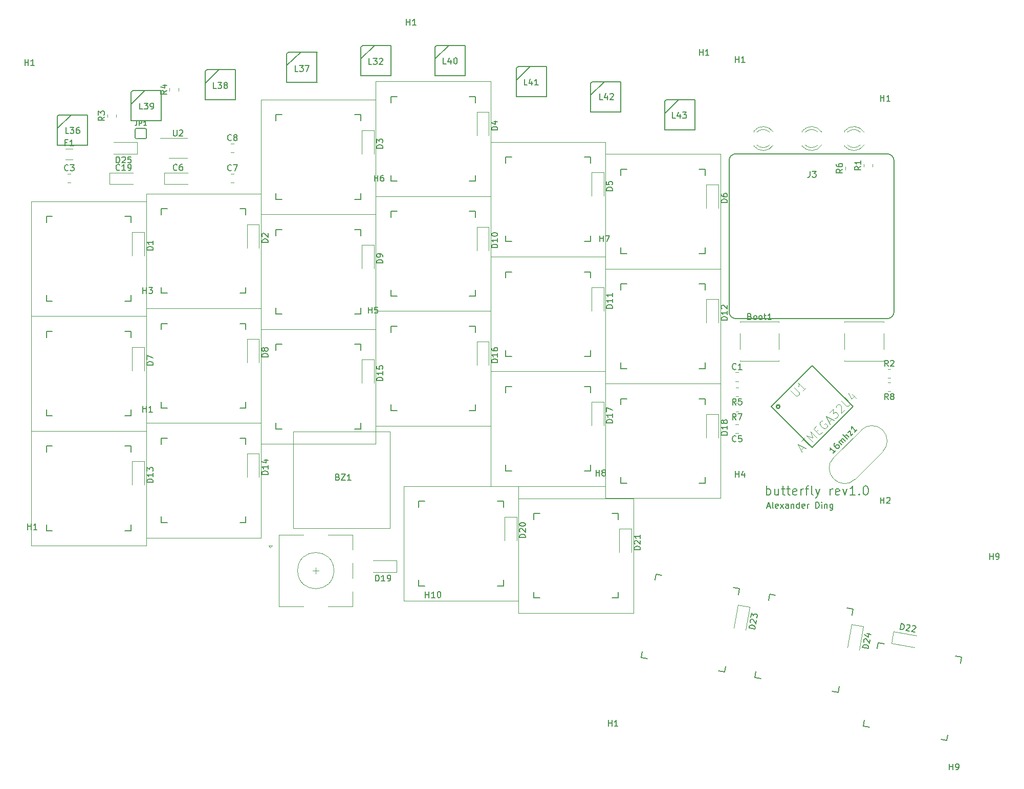
<source format=gbr>
%TF.GenerationSoftware,KiCad,Pcbnew,5.1.9*%
%TF.CreationDate,2021-05-05T06:58:16-05:00*%
%TF.ProjectId,monarch,6d6f6e61-7263-4682-9e6b-696361645f70,rev?*%
%TF.SameCoordinates,Original*%
%TF.FileFunction,Legend,Top*%
%TF.FilePolarity,Positive*%
%FSLAX46Y46*%
G04 Gerber Fmt 4.6, Leading zero omitted, Abs format (unit mm)*
G04 Created by KiCad (PCBNEW 5.1.9) date 2021-05-05 06:58:16*
%MOMM*%
%LPD*%
G01*
G04 APERTURE LIST*
%ADD10C,0.150000*%
%ADD11C,0.120000*%
%ADD12C,0.203200*%
%ADD13C,0.254000*%
%ADD14C,0.200000*%
%ADD15C,0.050000*%
G04 APERTURE END LIST*
D10*
X136457619Y-84326666D02*
X136933809Y-84326666D01*
X136362380Y-84612380D02*
X136695714Y-83612380D01*
X137029047Y-84612380D01*
X137505238Y-84612380D02*
X137410000Y-84564761D01*
X137362380Y-84469523D01*
X137362380Y-83612380D01*
X138267142Y-84564761D02*
X138171904Y-84612380D01*
X137981428Y-84612380D01*
X137886190Y-84564761D01*
X137838571Y-84469523D01*
X137838571Y-84088571D01*
X137886190Y-83993333D01*
X137981428Y-83945714D01*
X138171904Y-83945714D01*
X138267142Y-83993333D01*
X138314761Y-84088571D01*
X138314761Y-84183809D01*
X137838571Y-84279047D01*
X138648095Y-84612380D02*
X139171904Y-83945714D01*
X138648095Y-83945714D02*
X139171904Y-84612380D01*
X139981428Y-84612380D02*
X139981428Y-84088571D01*
X139933809Y-83993333D01*
X139838571Y-83945714D01*
X139648095Y-83945714D01*
X139552857Y-83993333D01*
X139981428Y-84564761D02*
X139886190Y-84612380D01*
X139648095Y-84612380D01*
X139552857Y-84564761D01*
X139505238Y-84469523D01*
X139505238Y-84374285D01*
X139552857Y-84279047D01*
X139648095Y-84231428D01*
X139886190Y-84231428D01*
X139981428Y-84183809D01*
X140457619Y-83945714D02*
X140457619Y-84612380D01*
X140457619Y-84040952D02*
X140505238Y-83993333D01*
X140600476Y-83945714D01*
X140743333Y-83945714D01*
X140838571Y-83993333D01*
X140886190Y-84088571D01*
X140886190Y-84612380D01*
X141790952Y-84612380D02*
X141790952Y-83612380D01*
X141790952Y-84564761D02*
X141695714Y-84612380D01*
X141505238Y-84612380D01*
X141410000Y-84564761D01*
X141362380Y-84517142D01*
X141314761Y-84421904D01*
X141314761Y-84136190D01*
X141362380Y-84040952D01*
X141410000Y-83993333D01*
X141505238Y-83945714D01*
X141695714Y-83945714D01*
X141790952Y-83993333D01*
X142648095Y-84564761D02*
X142552857Y-84612380D01*
X142362380Y-84612380D01*
X142267142Y-84564761D01*
X142219523Y-84469523D01*
X142219523Y-84088571D01*
X142267142Y-83993333D01*
X142362380Y-83945714D01*
X142552857Y-83945714D01*
X142648095Y-83993333D01*
X142695714Y-84088571D01*
X142695714Y-84183809D01*
X142219523Y-84279047D01*
X143124285Y-84612380D02*
X143124285Y-83945714D01*
X143124285Y-84136190D02*
X143171904Y-84040952D01*
X143219523Y-83993333D01*
X143314761Y-83945714D01*
X143410000Y-83945714D01*
X144505238Y-84612380D02*
X144505238Y-83612380D01*
X144743333Y-83612380D01*
X144886190Y-83660000D01*
X144981428Y-83755238D01*
X145029047Y-83850476D01*
X145076666Y-84040952D01*
X145076666Y-84183809D01*
X145029047Y-84374285D01*
X144981428Y-84469523D01*
X144886190Y-84564761D01*
X144743333Y-84612380D01*
X144505238Y-84612380D01*
X145505238Y-84612380D02*
X145505238Y-83945714D01*
X145505238Y-83612380D02*
X145457619Y-83660000D01*
X145505238Y-83707619D01*
X145552857Y-83660000D01*
X145505238Y-83612380D01*
X145505238Y-83707619D01*
X145981428Y-83945714D02*
X145981428Y-84612380D01*
X145981428Y-84040952D02*
X146029047Y-83993333D01*
X146124285Y-83945714D01*
X146267142Y-83945714D01*
X146362380Y-83993333D01*
X146410000Y-84088571D01*
X146410000Y-84612380D01*
X147314761Y-83945714D02*
X147314761Y-84755238D01*
X147267142Y-84850476D01*
X147219523Y-84898095D01*
X147124285Y-84945714D01*
X146981428Y-84945714D01*
X146886190Y-84898095D01*
X147314761Y-84564761D02*
X147219523Y-84612380D01*
X147029047Y-84612380D01*
X146933809Y-84564761D01*
X146886190Y-84517142D01*
X146838571Y-84421904D01*
X146838571Y-84136190D01*
X146886190Y-84040952D01*
X146933809Y-83993333D01*
X147029047Y-83945714D01*
X147219523Y-83945714D01*
X147314761Y-83993333D01*
X136344642Y-82448571D02*
X136344642Y-80948571D01*
X136344642Y-81520000D02*
X136487500Y-81448571D01*
X136773214Y-81448571D01*
X136916071Y-81520000D01*
X136987500Y-81591428D01*
X137058928Y-81734285D01*
X137058928Y-82162857D01*
X136987500Y-82305714D01*
X136916071Y-82377142D01*
X136773214Y-82448571D01*
X136487500Y-82448571D01*
X136344642Y-82377142D01*
X138344642Y-81448571D02*
X138344642Y-82448571D01*
X137701785Y-81448571D02*
X137701785Y-82234285D01*
X137773214Y-82377142D01*
X137916071Y-82448571D01*
X138130357Y-82448571D01*
X138273214Y-82377142D01*
X138344642Y-82305714D01*
X138844642Y-81448571D02*
X139416071Y-81448571D01*
X139058928Y-80948571D02*
X139058928Y-82234285D01*
X139130357Y-82377142D01*
X139273214Y-82448571D01*
X139416071Y-82448571D01*
X139701785Y-81448571D02*
X140273214Y-81448571D01*
X139916071Y-80948571D02*
X139916071Y-82234285D01*
X139987500Y-82377142D01*
X140130357Y-82448571D01*
X140273214Y-82448571D01*
X141344642Y-82377142D02*
X141201785Y-82448571D01*
X140916071Y-82448571D01*
X140773214Y-82377142D01*
X140701785Y-82234285D01*
X140701785Y-81662857D01*
X140773214Y-81520000D01*
X140916071Y-81448571D01*
X141201785Y-81448571D01*
X141344642Y-81520000D01*
X141416071Y-81662857D01*
X141416071Y-81805714D01*
X140701785Y-81948571D01*
X142058928Y-82448571D02*
X142058928Y-81448571D01*
X142058928Y-81734285D02*
X142130357Y-81591428D01*
X142201785Y-81520000D01*
X142344642Y-81448571D01*
X142487500Y-81448571D01*
X142773214Y-81448571D02*
X143344642Y-81448571D01*
X142987500Y-82448571D02*
X142987500Y-81162857D01*
X143058928Y-81020000D01*
X143201785Y-80948571D01*
X143344642Y-80948571D01*
X144058928Y-82448571D02*
X143916071Y-82377142D01*
X143844642Y-82234285D01*
X143844642Y-80948571D01*
X144487500Y-81448571D02*
X144844642Y-82448571D01*
X145201785Y-81448571D02*
X144844642Y-82448571D01*
X144701785Y-82805714D01*
X144630357Y-82877142D01*
X144487500Y-82948571D01*
X146916071Y-82448571D02*
X146916071Y-81448571D01*
X146916071Y-81734285D02*
X146987500Y-81591428D01*
X147058928Y-81520000D01*
X147201785Y-81448571D01*
X147344642Y-81448571D01*
X148416071Y-82377142D02*
X148273214Y-82448571D01*
X147987500Y-82448571D01*
X147844642Y-82377142D01*
X147773214Y-82234285D01*
X147773214Y-81662857D01*
X147844642Y-81520000D01*
X147987500Y-81448571D01*
X148273214Y-81448571D01*
X148416071Y-81520000D01*
X148487500Y-81662857D01*
X148487500Y-81805714D01*
X147773214Y-81948571D01*
X148987500Y-81448571D02*
X149344642Y-82448571D01*
X149701785Y-81448571D01*
X151058928Y-82448571D02*
X150201785Y-82448571D01*
X150630357Y-82448571D02*
X150630357Y-80948571D01*
X150487500Y-81162857D01*
X150344642Y-81305714D01*
X150201785Y-81377142D01*
X151701785Y-82305714D02*
X151773214Y-82377142D01*
X151701785Y-82448571D01*
X151630357Y-82377142D01*
X151701785Y-82305714D01*
X151701785Y-82448571D01*
X152701785Y-80948571D02*
X152844642Y-80948571D01*
X152987500Y-81020000D01*
X153058928Y-81091428D01*
X153130357Y-81234285D01*
X153201785Y-81520000D01*
X153201785Y-81877142D01*
X153130357Y-82162857D01*
X153058928Y-82305714D01*
X152987500Y-82377142D01*
X152844642Y-82448571D01*
X152701785Y-82448571D01*
X152558928Y-82377142D01*
X152487500Y-82305714D01*
X152416071Y-82162857D01*
X152344642Y-81877142D01*
X152344642Y-81520000D01*
X152416071Y-81234285D01*
X152487500Y-81091428D01*
X152558928Y-81020000D01*
X152701785Y-80948571D01*
D11*
%TO.C,D23*%
X133625516Y-100987831D02*
X132948288Y-104828581D01*
X131655901Y-100640534D02*
X130978673Y-104481285D01*
X133625516Y-100987831D02*
X131655901Y-100640534D01*
%TO.C,D18*%
X128425000Y-69041000D02*
X128425000Y-72941000D01*
X126425000Y-69041000D02*
X126425000Y-72941000D01*
X128425000Y-69041000D02*
X126425000Y-69041000D01*
%TO.C,D25*%
X32250000Y-26000000D02*
X28350000Y-26000000D01*
X32250000Y-24000000D02*
X28350000Y-24000000D01*
X32250000Y-26000000D02*
X32250000Y-24000000D01*
%TO.C,D24*%
X152398997Y-104222764D02*
X151721769Y-108063514D01*
X150429382Y-103875467D02*
X149752154Y-107716218D01*
X152398997Y-104222764D02*
X150429382Y-103875467D01*
%TO.C,D22*%
X157367831Y-105064484D02*
X161208581Y-105741712D01*
X157020534Y-107034099D02*
X160861285Y-107711327D01*
X157367831Y-105064484D02*
X157020534Y-107034099D01*
%TO.C,D21*%
X114037500Y-88050000D02*
X114037500Y-91950000D01*
X112037500Y-88050000D02*
X112037500Y-91950000D01*
X114037500Y-88050000D02*
X112037500Y-88050000D01*
%TO.C,D20*%
X95037500Y-86050000D02*
X95037500Y-89950000D01*
X93037500Y-86050000D02*
X93037500Y-89950000D01*
X95037500Y-86050000D02*
X93037500Y-86050000D01*
%TO.C,D19*%
X75160000Y-95250000D02*
X71260000Y-95250000D01*
X75160000Y-93250000D02*
X71260000Y-93250000D01*
X75160000Y-95250000D02*
X75160000Y-93250000D01*
%TO.C,D17*%
X109425000Y-67041000D02*
X109425000Y-70941000D01*
X107425000Y-67041000D02*
X107425000Y-70941000D01*
X109425000Y-67041000D02*
X107425000Y-67041000D01*
%TO.C,D16*%
X90425000Y-57041000D02*
X90425000Y-60941000D01*
X88425000Y-57041000D02*
X88425000Y-60941000D01*
X90425000Y-57041000D02*
X88425000Y-57041000D01*
%TO.C,D15*%
X71425000Y-60041000D02*
X71425000Y-63941000D01*
X69425000Y-60041000D02*
X69425000Y-63941000D01*
X71425000Y-60041000D02*
X69425000Y-60041000D01*
%TO.C,D14*%
X52425000Y-75591000D02*
X52425000Y-79491000D01*
X50425000Y-75591000D02*
X50425000Y-79491000D01*
X52425000Y-75591000D02*
X50425000Y-75591000D01*
%TO.C,D13*%
X33425000Y-76891000D02*
X33425000Y-80791000D01*
X31425000Y-76891000D02*
X31425000Y-80791000D01*
X33425000Y-76891000D02*
X31425000Y-76891000D01*
%TO.C,D12*%
X128425000Y-50041000D02*
X128425000Y-53941000D01*
X126425000Y-50041000D02*
X126425000Y-53941000D01*
X128425000Y-50041000D02*
X126425000Y-50041000D01*
%TO.C,D11*%
X109425000Y-48041000D02*
X109425000Y-51941000D01*
X107425000Y-48041000D02*
X107425000Y-51941000D01*
X109425000Y-48041000D02*
X107425000Y-48041000D01*
%TO.C,D10*%
X90425000Y-38041000D02*
X90425000Y-41941000D01*
X88425000Y-38041000D02*
X88425000Y-41941000D01*
X90425000Y-38041000D02*
X88425000Y-38041000D01*
%TO.C,D9*%
X71425000Y-41041000D02*
X71425000Y-44941000D01*
X69425000Y-41041000D02*
X69425000Y-44941000D01*
X71425000Y-41041000D02*
X69425000Y-41041000D01*
%TO.C,D8*%
X52425000Y-56591000D02*
X52425000Y-60491000D01*
X50425000Y-56591000D02*
X50425000Y-60491000D01*
X52425000Y-56591000D02*
X50425000Y-56591000D01*
%TO.C,D7*%
X33420000Y-57940000D02*
X33420000Y-61840000D01*
X31420000Y-57940000D02*
X31420000Y-61840000D01*
X33420000Y-57940000D02*
X31420000Y-57940000D01*
%TO.C,D6*%
X128425000Y-31041000D02*
X128425000Y-34941000D01*
X126425000Y-31041000D02*
X126425000Y-34941000D01*
X128425000Y-31041000D02*
X126425000Y-31041000D01*
%TO.C,D5*%
X109425000Y-29041000D02*
X109425000Y-32941000D01*
X107425000Y-29041000D02*
X107425000Y-32941000D01*
X109425000Y-29041000D02*
X107425000Y-29041000D01*
%TO.C,D4*%
X90425000Y-19041000D02*
X90425000Y-22941000D01*
X88425000Y-19041000D02*
X88425000Y-22941000D01*
X90425000Y-19041000D02*
X88425000Y-19041000D01*
%TO.C,D3*%
X71425000Y-22041000D02*
X71425000Y-25941000D01*
X69425000Y-22041000D02*
X69425000Y-25941000D01*
X71425000Y-22041000D02*
X69425000Y-22041000D01*
%TO.C,D2*%
X52430000Y-37650000D02*
X52430000Y-41550000D01*
X50430000Y-37650000D02*
X50430000Y-41550000D01*
X52430000Y-37650000D02*
X50430000Y-37650000D01*
%TO.C,D1*%
X33425000Y-38891000D02*
X33425000Y-42791000D01*
X31425000Y-38891000D02*
X31425000Y-42791000D01*
X33425000Y-38891000D02*
X31425000Y-38891000D01*
D10*
%TO.C,J3*%
X130160000Y-27100000D02*
X130160000Y-52100000D01*
X131310000Y-53250000D02*
X156310000Y-53250000D01*
X157460000Y-27100000D02*
X157460000Y-52100000D01*
X131310000Y-25950000D02*
X156310000Y-25950000D01*
X131310000Y-53250000D02*
G75*
G02*
X130160000Y-52100000I0J1150000D01*
G01*
X157460000Y-52100000D02*
G75*
G02*
X156310000Y-53250000I-1150000J0D01*
G01*
X156310000Y-25950000D02*
G75*
G02*
X157460000Y-27100000I0J-1150000D01*
G01*
X130160000Y-27100000D02*
G75*
G02*
X131310000Y-25950000I1150000J0D01*
G01*
D11*
%TO.C,16mhz1*%
X147497154Y-76221957D02*
X152022638Y-71696473D01*
X151068043Y-79792846D02*
X155593527Y-75267362D01*
X155593526Y-75267363D02*
G75*
G03*
X152022638Y-71696473I-1785444J1785445D01*
G01*
X151068044Y-79792845D02*
G75*
G02*
X147497154Y-76221957I-1785445J1785444D01*
G01*
%TO.C,SW18*%
X128725000Y-82991000D02*
X128725000Y-63991000D01*
X128725000Y-63991000D02*
X109725000Y-63991000D01*
X109725000Y-63991000D02*
X109725000Y-82991000D01*
X109725000Y-82991000D02*
X128725000Y-82991000D01*
D10*
X126225000Y-79491000D02*
X126225000Y-80491000D01*
X126225000Y-66491000D02*
X125225000Y-66491000D01*
X125225000Y-80491000D02*
X126225000Y-80491000D01*
X126225000Y-66491000D02*
X126225000Y-67491000D01*
X112225000Y-67491000D02*
X112225000Y-66491000D01*
X112225000Y-80491000D02*
X113225000Y-80491000D01*
X113225000Y-66491000D02*
X112225000Y-66491000D01*
X112225000Y-80491000D02*
X112225000Y-79491000D01*
D11*
%TO.C,Boot1*%
X131970000Y-60230000D02*
X138430000Y-60230000D01*
X131970000Y-55700000D02*
X131970000Y-58300000D01*
X131970000Y-53770000D02*
X138430000Y-53770000D01*
X138430000Y-55700000D02*
X138430000Y-58300000D01*
X131970000Y-53800000D02*
X131970000Y-53770000D01*
X131970000Y-60230000D02*
X131970000Y-60200000D01*
X138430000Y-60230000D02*
X138430000Y-60200000D01*
X138430000Y-53770000D02*
X138430000Y-53800000D01*
%TO.C,C5*%
X131761252Y-70765000D02*
X131238748Y-70765000D01*
X131761252Y-72235000D02*
X131238748Y-72235000D01*
D12*
%TO.C,U1*%
X137141775Y-67810000D02*
X143930000Y-61021775D01*
X143930000Y-61021775D02*
X150718225Y-67810000D01*
X150718225Y-67810000D02*
X143930000Y-74598225D01*
X143930000Y-74598225D02*
X137141775Y-67810000D01*
D13*
X138555846Y-67810000D02*
G75*
G03*
X138555846Y-67810000I-282700J0D01*
G01*
D14*
%TO.C,L39*%
X36249360Y-15500640D02*
X36249360Y-20499360D01*
X36250000Y-20500000D02*
X31250000Y-20500000D01*
X31550000Y-15500000D02*
X31250000Y-15750000D01*
X31250000Y-15750000D02*
X31250000Y-20500000D01*
X31550000Y-15500000D02*
X36250000Y-15500000D01*
D10*
X33550000Y-15500000D02*
X31250000Y-17750000D01*
D11*
%TO.C,SW15*%
X71725000Y-73991000D02*
X71725000Y-54991000D01*
X71725000Y-54991000D02*
X52725000Y-54991000D01*
X52725000Y-54991000D02*
X52725000Y-73991000D01*
X52725000Y-73991000D02*
X71725000Y-73991000D01*
D10*
X69225000Y-70491000D02*
X69225000Y-71491000D01*
X69225000Y-57491000D02*
X68225000Y-57491000D01*
X68225000Y-71491000D02*
X69225000Y-71491000D01*
X69225000Y-57491000D02*
X69225000Y-58491000D01*
X55225000Y-58491000D02*
X55225000Y-57491000D01*
X55225000Y-71491000D02*
X56225000Y-71491000D01*
X56225000Y-57491000D02*
X55225000Y-57491000D01*
X55225000Y-71491000D02*
X55225000Y-70491000D01*
D11*
%TO.C,BZ1*%
X74080000Y-87970000D02*
X58080000Y-87970000D01*
X74080000Y-71970000D02*
X74080000Y-87970000D01*
X58080000Y-71970000D02*
X74080000Y-71970000D01*
X58080000Y-87970000D02*
X58080000Y-71970000D01*
%TO.C,D27*%
X142260000Y-24510000D02*
X142260000Y-24666000D01*
X142260000Y-22194000D02*
X142260000Y-22350000D01*
X144861130Y-24509837D02*
G75*
G02*
X142779039Y-24510000I-1041130J1079837D01*
G01*
X144861130Y-22350163D02*
G75*
G03*
X142779039Y-22350000I-1041130J-1079837D01*
G01*
X145492335Y-24508608D02*
G75*
G02*
X142260000Y-24665516I-1672335J1078608D01*
G01*
X145492335Y-22351392D02*
G75*
G03*
X142260000Y-22194484I-1672335J-1078608D01*
G01*
%TO.C,R6*%
X150855000Y-28564564D02*
X150855000Y-28110436D01*
X149385000Y-28564564D02*
X149385000Y-28110436D01*
D14*
%TO.C,L43*%
X124499360Y-17000640D02*
X124499360Y-21999360D01*
X124500000Y-22000000D02*
X119500000Y-22000000D01*
X119800000Y-17000000D02*
X119500000Y-17250000D01*
X119500000Y-17250000D02*
X119500000Y-22000000D01*
X119800000Y-17000000D02*
X124500000Y-17000000D01*
D10*
X121800000Y-17000000D02*
X119500000Y-19250000D01*
D14*
%TO.C,L42*%
X112249360Y-14000640D02*
X112249360Y-18999360D01*
X112250000Y-19000000D02*
X107250000Y-19000000D01*
X107550000Y-14000000D02*
X107250000Y-14250000D01*
X107250000Y-14250000D02*
X107250000Y-19000000D01*
X107550000Y-14000000D02*
X112250000Y-14000000D01*
D10*
X109550000Y-14000000D02*
X107250000Y-16250000D01*
%TO.C,L41*%
X97300000Y-11500000D02*
X95000000Y-13750000D01*
D14*
X95300000Y-11500000D02*
X100000000Y-11500000D01*
X95000000Y-11750000D02*
X95000000Y-16500000D01*
X95300000Y-11500000D02*
X95000000Y-11750000D01*
X100000000Y-16500000D02*
X95000000Y-16500000D01*
X99999360Y-11500640D02*
X99999360Y-16499360D01*
%TO.C,L40*%
X86499360Y-8000640D02*
X86499360Y-12999360D01*
X86500000Y-13000000D02*
X81500000Y-13000000D01*
X81800000Y-8000000D02*
X81500000Y-8250000D01*
X81500000Y-8250000D02*
X81500000Y-13000000D01*
X81800000Y-8000000D02*
X86500000Y-8000000D01*
D10*
X83800000Y-8000000D02*
X81500000Y-10250000D01*
D14*
%TO.C,L38*%
X48499360Y-12000640D02*
X48499360Y-16999360D01*
X48500000Y-17000000D02*
X43500000Y-17000000D01*
X43800000Y-12000000D02*
X43500000Y-12250000D01*
X43500000Y-12250000D02*
X43500000Y-17000000D01*
X43800000Y-12000000D02*
X48500000Y-12000000D01*
D10*
X45800000Y-12000000D02*
X43500000Y-14250000D01*
%TO.C,L37*%
X59300000Y-9090000D02*
X57000000Y-11340000D01*
D14*
X57300000Y-9090000D02*
X62000000Y-9090000D01*
X57000000Y-9340000D02*
X57000000Y-14090000D01*
X57300000Y-9090000D02*
X57000000Y-9340000D01*
X62000000Y-14090000D02*
X57000000Y-14090000D01*
X61999360Y-9090640D02*
X61999360Y-14089360D01*
%TO.C,L32*%
X74249360Y-8000640D02*
X74249360Y-12999360D01*
X74250000Y-13000000D02*
X69250000Y-13000000D01*
X69550000Y-8000000D02*
X69250000Y-8250000D01*
X69250000Y-8250000D02*
X69250000Y-13000000D01*
X69550000Y-8000000D02*
X74250000Y-8000000D01*
D10*
X71550000Y-8000000D02*
X69250000Y-10250000D01*
D11*
%TO.C,RESET_SW1*%
X149270000Y-60230000D02*
X155730000Y-60230000D01*
X149270000Y-55700000D02*
X149270000Y-58300000D01*
X149270000Y-53770000D02*
X155730000Y-53770000D01*
X155730000Y-55700000D02*
X155730000Y-58300000D01*
X149270000Y-53800000D02*
X149270000Y-53770000D01*
X149270000Y-60230000D02*
X149270000Y-60200000D01*
X155730000Y-60230000D02*
X155730000Y-60200000D01*
X155730000Y-53770000D02*
X155730000Y-53800000D01*
%TO.C,RED1*%
X149260000Y-22194000D02*
X149260000Y-22350000D01*
X149260000Y-24510000D02*
X149260000Y-24666000D01*
X151861130Y-24509837D02*
G75*
G02*
X149779039Y-24510000I-1041130J1079837D01*
G01*
X151861130Y-22350163D02*
G75*
G03*
X149779039Y-22350000I-1041130J-1079837D01*
G01*
X152492335Y-24508608D02*
G75*
G02*
X149260000Y-24665516I-1672335J1078608D01*
G01*
X152492335Y-22351392D02*
G75*
G03*
X149260000Y-22194484I-1672335J-1078608D01*
G01*
%TO.C,D26*%
X134260000Y-22194000D02*
X134260000Y-22350000D01*
X134260000Y-24510000D02*
X134260000Y-24666000D01*
X136861130Y-24509837D02*
G75*
G02*
X134779039Y-24510000I-1041130J1079837D01*
G01*
X136861130Y-22350163D02*
G75*
G03*
X134779039Y-22350000I-1041130J-1079837D01*
G01*
X137492335Y-24508608D02*
G75*
G02*
X134260000Y-24665516I-1672335J1078608D01*
G01*
X137492335Y-22351392D02*
G75*
G03*
X134260000Y-22194484I-1672335J-1078608D01*
G01*
D10*
%TO.C,SW22*%
X167644384Y-109148235D02*
X168629192Y-109321883D01*
X154841883Y-106890808D02*
X154668235Y-107875616D01*
X168455543Y-110306691D02*
X168629192Y-109321883D01*
X154841883Y-106890808D02*
X155826691Y-107064457D01*
X153395616Y-120851765D02*
X152410808Y-120678117D01*
X166198117Y-123109192D02*
X166371765Y-122124384D01*
X152584457Y-119693309D02*
X152410808Y-120678117D01*
X166198117Y-123109192D02*
X165213309Y-122935543D01*
%TO.C,SW24*%
X134440808Y-112678117D02*
X134614457Y-111693309D01*
X137856691Y-99064457D02*
X136871883Y-98890808D01*
X134440808Y-112678117D02*
X135425616Y-112851765D01*
X136698235Y-99875616D02*
X136871883Y-98890808D01*
X150659192Y-101321883D02*
X150485543Y-102306691D01*
X147243309Y-114935543D02*
X148228117Y-115109192D01*
X150659192Y-101321883D02*
X149674384Y-101148235D01*
X148401765Y-114124384D02*
X148228117Y-115109192D01*
%TO.C,SW23*%
X115640808Y-109328117D02*
X115814457Y-108343309D01*
X119056691Y-95714457D02*
X118071883Y-95540808D01*
X115640808Y-109328117D02*
X116625616Y-109501765D01*
X117898235Y-96525616D02*
X118071883Y-95540808D01*
X131859192Y-97971883D02*
X131685543Y-98956691D01*
X128443309Y-111585543D02*
X129428117Y-111759192D01*
X131859192Y-97971883D02*
X130874384Y-97798235D01*
X129601765Y-110774384D02*
X129428117Y-111759192D01*
D11*
%TO.C,SW1*%
X33725000Y-52841000D02*
X33725000Y-33841000D01*
X33725000Y-33841000D02*
X14725000Y-33841000D01*
X14725000Y-33841000D02*
X14725000Y-52841000D01*
X14725000Y-52841000D02*
X33725000Y-52841000D01*
D10*
X31225000Y-49341000D02*
X31225000Y-50341000D01*
X31225000Y-36341000D02*
X30225000Y-36341000D01*
X30225000Y-50341000D02*
X31225000Y-50341000D01*
X31225000Y-36341000D02*
X31225000Y-37341000D01*
X17225000Y-37341000D02*
X17225000Y-36341000D01*
X17225000Y-50341000D02*
X18225000Y-50341000D01*
X18225000Y-36341000D02*
X17225000Y-36341000D01*
X17225000Y-50341000D02*
X17225000Y-49341000D01*
D11*
%TO.C,SW2*%
X52725000Y-51541000D02*
X52725000Y-32541000D01*
X52725000Y-32541000D02*
X33725000Y-32541000D01*
X33725000Y-32541000D02*
X33725000Y-51541000D01*
X33725000Y-51541000D02*
X52725000Y-51541000D01*
D10*
X50225000Y-48041000D02*
X50225000Y-49041000D01*
X50225000Y-35041000D02*
X49225000Y-35041000D01*
X49225000Y-49041000D02*
X50225000Y-49041000D01*
X50225000Y-35041000D02*
X50225000Y-36041000D01*
X36225000Y-36041000D02*
X36225000Y-35041000D01*
X36225000Y-49041000D02*
X37225000Y-49041000D01*
X37225000Y-35041000D02*
X36225000Y-35041000D01*
X36225000Y-49041000D02*
X36225000Y-48041000D01*
D11*
%TO.C,SW3*%
X71725000Y-35991000D02*
X71725000Y-16991000D01*
X71725000Y-16991000D02*
X52725000Y-16991000D01*
X52725000Y-16991000D02*
X52725000Y-35991000D01*
X52725000Y-35991000D02*
X71725000Y-35991000D01*
D10*
X69225000Y-32491000D02*
X69225000Y-33491000D01*
X69225000Y-19491000D02*
X68225000Y-19491000D01*
X68225000Y-33491000D02*
X69225000Y-33491000D01*
X69225000Y-19491000D02*
X69225000Y-20491000D01*
X55225000Y-20491000D02*
X55225000Y-19491000D01*
X55225000Y-33491000D02*
X56225000Y-33491000D01*
X56225000Y-19491000D02*
X55225000Y-19491000D01*
X55225000Y-33491000D02*
X55225000Y-32491000D01*
D11*
%TO.C,SW4*%
X90725000Y-32991000D02*
X90725000Y-13991000D01*
X90725000Y-13991000D02*
X71725000Y-13991000D01*
X71725000Y-13991000D02*
X71725000Y-32991000D01*
X71725000Y-32991000D02*
X90725000Y-32991000D01*
D10*
X88225000Y-29491000D02*
X88225000Y-30491000D01*
X88225000Y-16491000D02*
X87225000Y-16491000D01*
X87225000Y-30491000D02*
X88225000Y-30491000D01*
X88225000Y-16491000D02*
X88225000Y-17491000D01*
X74225000Y-17491000D02*
X74225000Y-16491000D01*
X74225000Y-30491000D02*
X75225000Y-30491000D01*
X75225000Y-16491000D02*
X74225000Y-16491000D01*
X74225000Y-30491000D02*
X74225000Y-29491000D01*
%TO.C,SW5*%
X93225000Y-40491000D02*
X93225000Y-39491000D01*
X94225000Y-26491000D02*
X93225000Y-26491000D01*
X93225000Y-40491000D02*
X94225000Y-40491000D01*
X93225000Y-27491000D02*
X93225000Y-26491000D01*
X107225000Y-26491000D02*
X107225000Y-27491000D01*
X106225000Y-40491000D02*
X107225000Y-40491000D01*
X107225000Y-26491000D02*
X106225000Y-26491000D01*
X107225000Y-39491000D02*
X107225000Y-40491000D01*
D11*
X90725000Y-42991000D02*
X109725000Y-42991000D01*
X90725000Y-23991000D02*
X90725000Y-42991000D01*
X109725000Y-23991000D02*
X90725000Y-23991000D01*
X109725000Y-42991000D02*
X109725000Y-23991000D01*
%TO.C,SW6*%
X128725000Y-44991000D02*
X128725000Y-25991000D01*
X128725000Y-25991000D02*
X109725000Y-25991000D01*
X109725000Y-25991000D02*
X109725000Y-44991000D01*
X109725000Y-44991000D02*
X128725000Y-44991000D01*
D10*
X126225000Y-41491000D02*
X126225000Y-42491000D01*
X126225000Y-28491000D02*
X125225000Y-28491000D01*
X125225000Y-42491000D02*
X126225000Y-42491000D01*
X126225000Y-28491000D02*
X126225000Y-29491000D01*
X112225000Y-29491000D02*
X112225000Y-28491000D01*
X112225000Y-42491000D02*
X113225000Y-42491000D01*
X113225000Y-28491000D02*
X112225000Y-28491000D01*
X112225000Y-42491000D02*
X112225000Y-41491000D01*
D11*
%TO.C,SW7*%
X33725000Y-71841000D02*
X33725000Y-52841000D01*
X33725000Y-52841000D02*
X14725000Y-52841000D01*
X14725000Y-52841000D02*
X14725000Y-71841000D01*
X14725000Y-71841000D02*
X33725000Y-71841000D01*
D10*
X31225000Y-68341000D02*
X31225000Y-69341000D01*
X31225000Y-55341000D02*
X30225000Y-55341000D01*
X30225000Y-69341000D02*
X31225000Y-69341000D01*
X31225000Y-55341000D02*
X31225000Y-56341000D01*
X17225000Y-56341000D02*
X17225000Y-55341000D01*
X17225000Y-69341000D02*
X18225000Y-69341000D01*
X18225000Y-55341000D02*
X17225000Y-55341000D01*
X17225000Y-69341000D02*
X17225000Y-68341000D01*
D11*
%TO.C,SW8*%
X52725000Y-70541000D02*
X52725000Y-51541000D01*
X52725000Y-51541000D02*
X33725000Y-51541000D01*
X33725000Y-51541000D02*
X33725000Y-70541000D01*
X33725000Y-70541000D02*
X52725000Y-70541000D01*
D10*
X50225000Y-67041000D02*
X50225000Y-68041000D01*
X50225000Y-54041000D02*
X49225000Y-54041000D01*
X49225000Y-68041000D02*
X50225000Y-68041000D01*
X50225000Y-54041000D02*
X50225000Y-55041000D01*
X36225000Y-55041000D02*
X36225000Y-54041000D01*
X36225000Y-68041000D02*
X37225000Y-68041000D01*
X37225000Y-54041000D02*
X36225000Y-54041000D01*
X36225000Y-68041000D02*
X36225000Y-67041000D01*
D11*
%TO.C,SW9*%
X71725000Y-54991000D02*
X71725000Y-35991000D01*
X71725000Y-35991000D02*
X52725000Y-35991000D01*
X52725000Y-35991000D02*
X52725000Y-54991000D01*
X52725000Y-54991000D02*
X71725000Y-54991000D01*
D10*
X69225000Y-51491000D02*
X69225000Y-52491000D01*
X69225000Y-38491000D02*
X68225000Y-38491000D01*
X68225000Y-52491000D02*
X69225000Y-52491000D01*
X69225000Y-38491000D02*
X69225000Y-39491000D01*
X55225000Y-39491000D02*
X55225000Y-38491000D01*
X55225000Y-52491000D02*
X56225000Y-52491000D01*
X56225000Y-38491000D02*
X55225000Y-38491000D01*
X55225000Y-52491000D02*
X55225000Y-51491000D01*
D11*
%TO.C,SW10*%
X90725000Y-51991000D02*
X90725000Y-32991000D01*
X90725000Y-32991000D02*
X71725000Y-32991000D01*
X71725000Y-32991000D02*
X71725000Y-51991000D01*
X71725000Y-51991000D02*
X90725000Y-51991000D01*
D10*
X88225000Y-48491000D02*
X88225000Y-49491000D01*
X88225000Y-35491000D02*
X87225000Y-35491000D01*
X87225000Y-49491000D02*
X88225000Y-49491000D01*
X88225000Y-35491000D02*
X88225000Y-36491000D01*
X74225000Y-36491000D02*
X74225000Y-35491000D01*
X74225000Y-49491000D02*
X75225000Y-49491000D01*
X75225000Y-35491000D02*
X74225000Y-35491000D01*
X74225000Y-49491000D02*
X74225000Y-48491000D01*
D11*
%TO.C,SW11*%
X109725000Y-61991000D02*
X109725000Y-42991000D01*
X109725000Y-42991000D02*
X90725000Y-42991000D01*
X90725000Y-42991000D02*
X90725000Y-61991000D01*
X90725000Y-61991000D02*
X109725000Y-61991000D01*
D10*
X107225000Y-58491000D02*
X107225000Y-59491000D01*
X107225000Y-45491000D02*
X106225000Y-45491000D01*
X106225000Y-59491000D02*
X107225000Y-59491000D01*
X107225000Y-45491000D02*
X107225000Y-46491000D01*
X93225000Y-46491000D02*
X93225000Y-45491000D01*
X93225000Y-59491000D02*
X94225000Y-59491000D01*
X94225000Y-45491000D02*
X93225000Y-45491000D01*
X93225000Y-59491000D02*
X93225000Y-58491000D01*
D11*
%TO.C,SW12*%
X128725000Y-63991000D02*
X128725000Y-44991000D01*
X128725000Y-44991000D02*
X109725000Y-44991000D01*
X109725000Y-44991000D02*
X109725000Y-63991000D01*
X109725000Y-63991000D02*
X128725000Y-63991000D01*
D10*
X126225000Y-60491000D02*
X126225000Y-61491000D01*
X126225000Y-47491000D02*
X125225000Y-47491000D01*
X125225000Y-61491000D02*
X126225000Y-61491000D01*
X126225000Y-47491000D02*
X126225000Y-48491000D01*
X112225000Y-48491000D02*
X112225000Y-47491000D01*
X112225000Y-61491000D02*
X113225000Y-61491000D01*
X113225000Y-47491000D02*
X112225000Y-47491000D01*
X112225000Y-61491000D02*
X112225000Y-60491000D01*
D11*
%TO.C,SW13*%
X33725000Y-90841000D02*
X33725000Y-71841000D01*
X33725000Y-71841000D02*
X14725000Y-71841000D01*
X14725000Y-71841000D02*
X14725000Y-90841000D01*
X14725000Y-90841000D02*
X33725000Y-90841000D01*
D10*
X31225000Y-87341000D02*
X31225000Y-88341000D01*
X31225000Y-74341000D02*
X30225000Y-74341000D01*
X30225000Y-88341000D02*
X31225000Y-88341000D01*
X31225000Y-74341000D02*
X31225000Y-75341000D01*
X17225000Y-75341000D02*
X17225000Y-74341000D01*
X17225000Y-88341000D02*
X18225000Y-88341000D01*
X18225000Y-74341000D02*
X17225000Y-74341000D01*
X17225000Y-88341000D02*
X17225000Y-87341000D01*
D11*
%TO.C,SW14*%
X52725000Y-89541000D02*
X52725000Y-70541000D01*
X52725000Y-70541000D02*
X33725000Y-70541000D01*
X33725000Y-70541000D02*
X33725000Y-89541000D01*
X33725000Y-89541000D02*
X52725000Y-89541000D01*
D10*
X50225000Y-86041000D02*
X50225000Y-87041000D01*
X50225000Y-73041000D02*
X49225000Y-73041000D01*
X49225000Y-87041000D02*
X50225000Y-87041000D01*
X50225000Y-73041000D02*
X50225000Y-74041000D01*
X36225000Y-74041000D02*
X36225000Y-73041000D01*
X36225000Y-87041000D02*
X37225000Y-87041000D01*
X37225000Y-73041000D02*
X36225000Y-73041000D01*
X36225000Y-87041000D02*
X36225000Y-86041000D01*
D11*
%TO.C,SW16*%
X90725000Y-70991000D02*
X90725000Y-51991000D01*
X90725000Y-51991000D02*
X71725000Y-51991000D01*
X71725000Y-51991000D02*
X71725000Y-70991000D01*
X71725000Y-70991000D02*
X90725000Y-70991000D01*
D10*
X88225000Y-67491000D02*
X88225000Y-68491000D01*
X88225000Y-54491000D02*
X87225000Y-54491000D01*
X87225000Y-68491000D02*
X88225000Y-68491000D01*
X88225000Y-54491000D02*
X88225000Y-55491000D01*
X74225000Y-55491000D02*
X74225000Y-54491000D01*
X74225000Y-68491000D02*
X75225000Y-68491000D01*
X75225000Y-54491000D02*
X74225000Y-54491000D01*
X74225000Y-68491000D02*
X74225000Y-67491000D01*
D11*
%TO.C,SW17*%
X109725000Y-80991000D02*
X109725000Y-61991000D01*
X109725000Y-61991000D02*
X90725000Y-61991000D01*
X90725000Y-61991000D02*
X90725000Y-80991000D01*
X90725000Y-80991000D02*
X109725000Y-80991000D01*
D10*
X107225000Y-77491000D02*
X107225000Y-78491000D01*
X107225000Y-64491000D02*
X106225000Y-64491000D01*
X106225000Y-78491000D02*
X107225000Y-78491000D01*
X107225000Y-64491000D02*
X107225000Y-65491000D01*
X93225000Y-65491000D02*
X93225000Y-64491000D01*
X93225000Y-78491000D02*
X94225000Y-78491000D01*
X94225000Y-64491000D02*
X93225000Y-64491000D01*
X93225000Y-78491000D02*
X93225000Y-77491000D01*
D11*
%TO.C,SW20*%
X95337500Y-100000000D02*
X95337500Y-81000000D01*
X95337500Y-81000000D02*
X76337500Y-81000000D01*
X76337500Y-81000000D02*
X76337500Y-100000000D01*
X76337500Y-100000000D02*
X95337500Y-100000000D01*
D10*
X92837500Y-96500000D02*
X92837500Y-97500000D01*
X92837500Y-83500000D02*
X91837500Y-83500000D01*
X91837500Y-97500000D02*
X92837500Y-97500000D01*
X92837500Y-83500000D02*
X92837500Y-84500000D01*
X78837500Y-84500000D02*
X78837500Y-83500000D01*
X78837500Y-97500000D02*
X79837500Y-97500000D01*
X79837500Y-83500000D02*
X78837500Y-83500000D01*
X78837500Y-97500000D02*
X78837500Y-96500000D01*
%TO.C,SW21*%
X97837500Y-99500000D02*
X97837500Y-98500000D01*
X98837500Y-85500000D02*
X97837500Y-85500000D01*
X97837500Y-99500000D02*
X98837500Y-99500000D01*
X97837500Y-86500000D02*
X97837500Y-85500000D01*
X111837500Y-85500000D02*
X111837500Y-86500000D01*
X110837500Y-99500000D02*
X111837500Y-99500000D01*
X111837500Y-85500000D02*
X110837500Y-85500000D01*
X111837500Y-98500000D02*
X111837500Y-99500000D01*
D11*
X95337500Y-102000000D02*
X114337500Y-102000000D01*
X95337500Y-83000000D02*
X95337500Y-102000000D01*
X114337500Y-83000000D02*
X95337500Y-83000000D01*
X114337500Y-102000000D02*
X114337500Y-83000000D01*
D14*
%TO.C,L36*%
X23999360Y-19500640D02*
X23999360Y-24499360D01*
X24000000Y-24500000D02*
X19000000Y-24500000D01*
X19300000Y-19500000D02*
X19000000Y-19750000D01*
X19000000Y-19750000D02*
X19000000Y-24500000D01*
X19300000Y-19500000D02*
X24000000Y-19500000D01*
D10*
X21300000Y-19500000D02*
X19000000Y-21750000D01*
D11*
%TO.C,R8*%
X156889564Y-65275000D02*
X156435436Y-65275000D01*
X156889564Y-63805000D02*
X156435436Y-63805000D01*
%TO.C,SW19*%
X64790000Y-94970000D02*
G75*
G03*
X64790000Y-94970000I-3000000J0D01*
G01*
X63790000Y-89070000D02*
X67890000Y-89070000D01*
X67890000Y-100870000D02*
X63790000Y-100870000D01*
X59790000Y-100870000D02*
X55690000Y-100870000D01*
X59790000Y-89070000D02*
X55690000Y-89070000D01*
X55690000Y-89070000D02*
X55690000Y-100870000D01*
X54290000Y-91170000D02*
X53990000Y-90870000D01*
X53990000Y-90870000D02*
X54590000Y-90870000D01*
X54590000Y-90870000D02*
X54290000Y-91170000D01*
X67890000Y-89070000D02*
X67890000Y-91470000D01*
X67890000Y-93670000D02*
X67890000Y-96270000D01*
X67890000Y-98470000D02*
X67890000Y-100870000D01*
X61790000Y-94470000D02*
X61790000Y-95470000D01*
X61290000Y-94970000D02*
X62290000Y-94970000D01*
%TO.C,R4*%
X37608341Y-15533141D02*
X37608341Y-15079013D01*
X39078341Y-15533141D02*
X39078341Y-15079013D01*
%TO.C,R3*%
X27295951Y-19914354D02*
X27295951Y-19460226D01*
X28765951Y-19914354D02*
X28765951Y-19460226D01*
D14*
%TO.C,JP1*%
X32200000Y-23460000D02*
X33500000Y-23460000D01*
X31900000Y-23210000D02*
X31900000Y-22010000D01*
X32150000Y-21760000D02*
X33550000Y-21760000D01*
X33800000Y-22010000D02*
X33800000Y-23160000D01*
X33550000Y-23460000D02*
G75*
G03*
X33800000Y-23210000I0J250000D01*
G01*
X33800000Y-22010000D02*
G75*
G03*
X33550000Y-21760000I-250000J0D01*
G01*
X32150000Y-21760000D02*
G75*
G03*
X31900000Y-22010000I0J-250000D01*
G01*
X31900000Y-23210000D02*
G75*
G03*
X32150000Y-23460000I250000J0D01*
G01*
D11*
%TO.C,U2*%
X39000000Y-23390000D02*
X36075000Y-23390000D01*
X39000000Y-23390000D02*
X40500000Y-23390000D01*
X39000000Y-26610000D02*
X37500000Y-26610000D01*
X39000000Y-26610000D02*
X40500000Y-26610000D01*
%TO.C,R7*%
X131727064Y-67165000D02*
X131272936Y-67165000D01*
X131727064Y-68635000D02*
X131272936Y-68635000D01*
%TO.C,R5*%
X131727064Y-64665000D02*
X131272936Y-64665000D01*
X131727064Y-66135000D02*
X131272936Y-66135000D01*
%TO.C,R2*%
X156435436Y-63075000D02*
X156889564Y-63075000D01*
X156435436Y-61605000D02*
X156889564Y-61605000D01*
%TO.C,R1*%
X153905000Y-28099564D02*
X153905000Y-27645436D01*
X152435000Y-28099564D02*
X152435000Y-27645436D01*
%TO.C,F1*%
X20397936Y-26910000D02*
X21602064Y-26910000D01*
X20397936Y-25090000D02*
X21602064Y-25090000D01*
%TO.C,C19*%
X27690000Y-30935000D02*
X31600000Y-30935000D01*
X27690000Y-29065000D02*
X27690000Y-30935000D01*
X31600000Y-29065000D02*
X27690000Y-29065000D01*
%TO.C,C8*%
X47738748Y-25735000D02*
X48261252Y-25735000D01*
X47738748Y-24265000D02*
X48261252Y-24265000D01*
%TO.C,C7*%
X47738748Y-30735000D02*
X48261252Y-30735000D01*
X47738748Y-29265000D02*
X48261252Y-29265000D01*
%TO.C,C6*%
X36690000Y-30935000D02*
X40600000Y-30935000D01*
X36690000Y-29065000D02*
X36690000Y-30935000D01*
X40600000Y-29065000D02*
X36690000Y-29065000D01*
%TO.C,C3*%
X20738748Y-30735000D02*
X21261252Y-30735000D01*
X20738748Y-29265000D02*
X21261252Y-29265000D01*
%TO.C,C1*%
X131238748Y-63635000D02*
X131761252Y-63635000D01*
X131238748Y-62165000D02*
X131761252Y-62165000D01*
%TO.C,H9*%
D10*
X173288095Y-93102380D02*
X173288095Y-92102380D01*
X173288095Y-92578571D02*
X173859523Y-92578571D01*
X173859523Y-93102380D02*
X173859523Y-92102380D01*
X174383333Y-93102380D02*
X174573809Y-93102380D01*
X174669047Y-93054761D01*
X174716666Y-93007142D01*
X174811904Y-92864285D01*
X174859523Y-92673809D01*
X174859523Y-92292857D01*
X174811904Y-92197619D01*
X174764285Y-92150000D01*
X174669047Y-92102380D01*
X174478571Y-92102380D01*
X174383333Y-92150000D01*
X174335714Y-92197619D01*
X174288095Y-92292857D01*
X174288095Y-92530952D01*
X174335714Y-92626190D01*
X174383333Y-92673809D01*
X174478571Y-92721428D01*
X174669047Y-92721428D01*
X174764285Y-92673809D01*
X174811904Y-92626190D01*
X174859523Y-92530952D01*
%TO.C,D23*%
X134454265Y-104651689D02*
X133469458Y-104478040D01*
X133510802Y-104243562D01*
X133582505Y-104111145D01*
X133692834Y-104033891D01*
X133794894Y-104003534D01*
X133990746Y-103989714D01*
X134131432Y-104014521D01*
X134310746Y-104094492D01*
X134396268Y-104157926D01*
X134473521Y-104268255D01*
X134495610Y-104417211D01*
X134454265Y-104651689D01*
X133728628Y-103556666D02*
X133690001Y-103501502D01*
X133659644Y-103399441D01*
X133700988Y-103164963D01*
X133764422Y-103079441D01*
X133819587Y-103040815D01*
X133921647Y-103010457D01*
X134015438Y-103026995D01*
X134147856Y-103098697D01*
X134611376Y-103760672D01*
X134718872Y-103151029D01*
X133791947Y-102649112D02*
X133899443Y-102039469D01*
X134216726Y-102433890D01*
X134241532Y-102293203D01*
X134304966Y-102207681D01*
X134360131Y-102169054D01*
X134462191Y-102138696D01*
X134696669Y-102180041D01*
X134782191Y-102243475D01*
X134820818Y-102298639D01*
X134851175Y-102400699D01*
X134801562Y-102682073D01*
X134738128Y-102767595D01*
X134682964Y-102806222D01*
%TO.C,D18*%
X129877380Y-72505285D02*
X128877380Y-72505285D01*
X128877380Y-72267190D01*
X128925000Y-72124333D01*
X129020238Y-72029095D01*
X129115476Y-71981476D01*
X129305952Y-71933857D01*
X129448809Y-71933857D01*
X129639285Y-71981476D01*
X129734523Y-72029095D01*
X129829761Y-72124333D01*
X129877380Y-72267190D01*
X129877380Y-72505285D01*
X129877380Y-70981476D02*
X129877380Y-71552904D01*
X129877380Y-71267190D02*
X128877380Y-71267190D01*
X129020238Y-71362428D01*
X129115476Y-71457666D01*
X129163095Y-71552904D01*
X129305952Y-70410047D02*
X129258333Y-70505285D01*
X129210714Y-70552904D01*
X129115476Y-70600523D01*
X129067857Y-70600523D01*
X128972619Y-70552904D01*
X128925000Y-70505285D01*
X128877380Y-70410047D01*
X128877380Y-70219571D01*
X128925000Y-70124333D01*
X128972619Y-70076714D01*
X129067857Y-70029095D01*
X129115476Y-70029095D01*
X129210714Y-70076714D01*
X129258333Y-70124333D01*
X129305952Y-70219571D01*
X129305952Y-70410047D01*
X129353571Y-70505285D01*
X129401190Y-70552904D01*
X129496428Y-70600523D01*
X129686904Y-70600523D01*
X129782142Y-70552904D01*
X129829761Y-70505285D01*
X129877380Y-70410047D01*
X129877380Y-70219571D01*
X129829761Y-70124333D01*
X129782142Y-70076714D01*
X129686904Y-70029095D01*
X129496428Y-70029095D01*
X129401190Y-70076714D01*
X129353571Y-70124333D01*
X129305952Y-70219571D01*
%TO.C,D25*%
X28785714Y-27452380D02*
X28785714Y-26452380D01*
X29023809Y-26452380D01*
X29166666Y-26500000D01*
X29261904Y-26595238D01*
X29309523Y-26690476D01*
X29357142Y-26880952D01*
X29357142Y-27023809D01*
X29309523Y-27214285D01*
X29261904Y-27309523D01*
X29166666Y-27404761D01*
X29023809Y-27452380D01*
X28785714Y-27452380D01*
X29738095Y-26547619D02*
X29785714Y-26500000D01*
X29880952Y-26452380D01*
X30119047Y-26452380D01*
X30214285Y-26500000D01*
X30261904Y-26547619D01*
X30309523Y-26642857D01*
X30309523Y-26738095D01*
X30261904Y-26880952D01*
X29690476Y-27452380D01*
X30309523Y-27452380D01*
X31214285Y-26452380D02*
X30738095Y-26452380D01*
X30690476Y-26928571D01*
X30738095Y-26880952D01*
X30833333Y-26833333D01*
X31071428Y-26833333D01*
X31166666Y-26880952D01*
X31214285Y-26928571D01*
X31261904Y-27023809D01*
X31261904Y-27261904D01*
X31214285Y-27357142D01*
X31166666Y-27404761D01*
X31071428Y-27452380D01*
X30833333Y-27452380D01*
X30738095Y-27404761D01*
X30690476Y-27357142D01*
%TO.C,D24*%
X153227746Y-107886622D02*
X152242939Y-107712973D01*
X152284283Y-107478495D01*
X152355986Y-107346078D01*
X152466315Y-107268824D01*
X152568375Y-107238467D01*
X152764227Y-107224647D01*
X152904913Y-107249454D01*
X153084227Y-107329425D01*
X153169749Y-107392859D01*
X153247002Y-107503188D01*
X153269091Y-107652144D01*
X153227746Y-107886622D01*
X152502109Y-106791599D02*
X152463482Y-106736435D01*
X152433125Y-106634374D01*
X152474469Y-106399896D01*
X152537903Y-106314374D01*
X152593068Y-106275748D01*
X152695128Y-106245390D01*
X152788919Y-106261928D01*
X152921337Y-106333630D01*
X153384857Y-106995605D01*
X153492353Y-106385962D01*
X152984656Y-105426076D02*
X153641194Y-105541841D01*
X152568146Y-105594402D02*
X153230235Y-105952915D01*
X153337732Y-105343272D01*
%TO.C,D22*%
X158482902Y-104705033D02*
X158656551Y-103720226D01*
X158891029Y-103761570D01*
X159023446Y-103833273D01*
X159100700Y-103943602D01*
X159131057Y-104045662D01*
X159144877Y-104241514D01*
X159120070Y-104382200D01*
X159040099Y-104561514D01*
X158976665Y-104647036D01*
X158866336Y-104724289D01*
X158717380Y-104746378D01*
X158482902Y-104705033D01*
X159577925Y-103979396D02*
X159633089Y-103940769D01*
X159735150Y-103910412D01*
X159969628Y-103951756D01*
X160055150Y-104015190D01*
X160093776Y-104070355D01*
X160124134Y-104172415D01*
X160107596Y-104266206D01*
X160035894Y-104398624D01*
X159373919Y-104862144D01*
X159983562Y-104969640D01*
X160515837Y-104144775D02*
X160571002Y-104106149D01*
X160673062Y-104075791D01*
X160907540Y-104117136D01*
X160993062Y-104180569D01*
X161031689Y-104235734D01*
X161062046Y-104337794D01*
X161045508Y-104431585D01*
X160973806Y-104564003D01*
X160311831Y-105027523D01*
X160921474Y-105135019D01*
%TO.C,D21*%
X115489880Y-91514285D02*
X114489880Y-91514285D01*
X114489880Y-91276190D01*
X114537500Y-91133333D01*
X114632738Y-91038095D01*
X114727976Y-90990476D01*
X114918452Y-90942857D01*
X115061309Y-90942857D01*
X115251785Y-90990476D01*
X115347023Y-91038095D01*
X115442261Y-91133333D01*
X115489880Y-91276190D01*
X115489880Y-91514285D01*
X114585119Y-90561904D02*
X114537500Y-90514285D01*
X114489880Y-90419047D01*
X114489880Y-90180952D01*
X114537500Y-90085714D01*
X114585119Y-90038095D01*
X114680357Y-89990476D01*
X114775595Y-89990476D01*
X114918452Y-90038095D01*
X115489880Y-90609523D01*
X115489880Y-89990476D01*
X115489880Y-89038095D02*
X115489880Y-89609523D01*
X115489880Y-89323809D02*
X114489880Y-89323809D01*
X114632738Y-89419047D01*
X114727976Y-89514285D01*
X114775595Y-89609523D01*
%TO.C,D20*%
X96489880Y-89514285D02*
X95489880Y-89514285D01*
X95489880Y-89276190D01*
X95537500Y-89133333D01*
X95632738Y-89038095D01*
X95727976Y-88990476D01*
X95918452Y-88942857D01*
X96061309Y-88942857D01*
X96251785Y-88990476D01*
X96347023Y-89038095D01*
X96442261Y-89133333D01*
X96489880Y-89276190D01*
X96489880Y-89514285D01*
X95585119Y-88561904D02*
X95537500Y-88514285D01*
X95489880Y-88419047D01*
X95489880Y-88180952D01*
X95537500Y-88085714D01*
X95585119Y-88038095D01*
X95680357Y-87990476D01*
X95775595Y-87990476D01*
X95918452Y-88038095D01*
X96489880Y-88609523D01*
X96489880Y-87990476D01*
X95489880Y-87371428D02*
X95489880Y-87276190D01*
X95537500Y-87180952D01*
X95585119Y-87133333D01*
X95680357Y-87085714D01*
X95870833Y-87038095D01*
X96108928Y-87038095D01*
X96299404Y-87085714D01*
X96394642Y-87133333D01*
X96442261Y-87180952D01*
X96489880Y-87276190D01*
X96489880Y-87371428D01*
X96442261Y-87466666D01*
X96394642Y-87514285D01*
X96299404Y-87561904D01*
X96108928Y-87609523D01*
X95870833Y-87609523D01*
X95680357Y-87561904D01*
X95585119Y-87514285D01*
X95537500Y-87466666D01*
X95489880Y-87371428D01*
%TO.C,D19*%
X71695714Y-96702380D02*
X71695714Y-95702380D01*
X71933809Y-95702380D01*
X72076666Y-95750000D01*
X72171904Y-95845238D01*
X72219523Y-95940476D01*
X72267142Y-96130952D01*
X72267142Y-96273809D01*
X72219523Y-96464285D01*
X72171904Y-96559523D01*
X72076666Y-96654761D01*
X71933809Y-96702380D01*
X71695714Y-96702380D01*
X73219523Y-96702380D02*
X72648095Y-96702380D01*
X72933809Y-96702380D02*
X72933809Y-95702380D01*
X72838571Y-95845238D01*
X72743333Y-95940476D01*
X72648095Y-95988095D01*
X73695714Y-96702380D02*
X73886190Y-96702380D01*
X73981428Y-96654761D01*
X74029047Y-96607142D01*
X74124285Y-96464285D01*
X74171904Y-96273809D01*
X74171904Y-95892857D01*
X74124285Y-95797619D01*
X74076666Y-95750000D01*
X73981428Y-95702380D01*
X73790952Y-95702380D01*
X73695714Y-95750000D01*
X73648095Y-95797619D01*
X73600476Y-95892857D01*
X73600476Y-96130952D01*
X73648095Y-96226190D01*
X73695714Y-96273809D01*
X73790952Y-96321428D01*
X73981428Y-96321428D01*
X74076666Y-96273809D01*
X74124285Y-96226190D01*
X74171904Y-96130952D01*
%TO.C,D17*%
X110877380Y-70505285D02*
X109877380Y-70505285D01*
X109877380Y-70267190D01*
X109925000Y-70124333D01*
X110020238Y-70029095D01*
X110115476Y-69981476D01*
X110305952Y-69933857D01*
X110448809Y-69933857D01*
X110639285Y-69981476D01*
X110734523Y-70029095D01*
X110829761Y-70124333D01*
X110877380Y-70267190D01*
X110877380Y-70505285D01*
X110877380Y-68981476D02*
X110877380Y-69552904D01*
X110877380Y-69267190D02*
X109877380Y-69267190D01*
X110020238Y-69362428D01*
X110115476Y-69457666D01*
X110163095Y-69552904D01*
X109877380Y-68648142D02*
X109877380Y-67981476D01*
X110877380Y-68410047D01*
%TO.C,D16*%
X91877380Y-60505285D02*
X90877380Y-60505285D01*
X90877380Y-60267190D01*
X90925000Y-60124333D01*
X91020238Y-60029095D01*
X91115476Y-59981476D01*
X91305952Y-59933857D01*
X91448809Y-59933857D01*
X91639285Y-59981476D01*
X91734523Y-60029095D01*
X91829761Y-60124333D01*
X91877380Y-60267190D01*
X91877380Y-60505285D01*
X91877380Y-58981476D02*
X91877380Y-59552904D01*
X91877380Y-59267190D02*
X90877380Y-59267190D01*
X91020238Y-59362428D01*
X91115476Y-59457666D01*
X91163095Y-59552904D01*
X90877380Y-58124333D02*
X90877380Y-58314809D01*
X90925000Y-58410047D01*
X90972619Y-58457666D01*
X91115476Y-58552904D01*
X91305952Y-58600523D01*
X91686904Y-58600523D01*
X91782142Y-58552904D01*
X91829761Y-58505285D01*
X91877380Y-58410047D01*
X91877380Y-58219571D01*
X91829761Y-58124333D01*
X91782142Y-58076714D01*
X91686904Y-58029095D01*
X91448809Y-58029095D01*
X91353571Y-58076714D01*
X91305952Y-58124333D01*
X91258333Y-58219571D01*
X91258333Y-58410047D01*
X91305952Y-58505285D01*
X91353571Y-58552904D01*
X91448809Y-58600523D01*
%TO.C,D15*%
X72877380Y-63505285D02*
X71877380Y-63505285D01*
X71877380Y-63267190D01*
X71925000Y-63124333D01*
X72020238Y-63029095D01*
X72115476Y-62981476D01*
X72305952Y-62933857D01*
X72448809Y-62933857D01*
X72639285Y-62981476D01*
X72734523Y-63029095D01*
X72829761Y-63124333D01*
X72877380Y-63267190D01*
X72877380Y-63505285D01*
X72877380Y-61981476D02*
X72877380Y-62552904D01*
X72877380Y-62267190D02*
X71877380Y-62267190D01*
X72020238Y-62362428D01*
X72115476Y-62457666D01*
X72163095Y-62552904D01*
X71877380Y-61076714D02*
X71877380Y-61552904D01*
X72353571Y-61600523D01*
X72305952Y-61552904D01*
X72258333Y-61457666D01*
X72258333Y-61219571D01*
X72305952Y-61124333D01*
X72353571Y-61076714D01*
X72448809Y-61029095D01*
X72686904Y-61029095D01*
X72782142Y-61076714D01*
X72829761Y-61124333D01*
X72877380Y-61219571D01*
X72877380Y-61457666D01*
X72829761Y-61552904D01*
X72782142Y-61600523D01*
%TO.C,D14*%
X53877380Y-79055285D02*
X52877380Y-79055285D01*
X52877380Y-78817190D01*
X52925000Y-78674333D01*
X53020238Y-78579095D01*
X53115476Y-78531476D01*
X53305952Y-78483857D01*
X53448809Y-78483857D01*
X53639285Y-78531476D01*
X53734523Y-78579095D01*
X53829761Y-78674333D01*
X53877380Y-78817190D01*
X53877380Y-79055285D01*
X53877380Y-77531476D02*
X53877380Y-78102904D01*
X53877380Y-77817190D02*
X52877380Y-77817190D01*
X53020238Y-77912428D01*
X53115476Y-78007666D01*
X53163095Y-78102904D01*
X53210714Y-76674333D02*
X53877380Y-76674333D01*
X52829761Y-76912428D02*
X53544047Y-77150523D01*
X53544047Y-76531476D01*
%TO.C,D13*%
X34877380Y-80355285D02*
X33877380Y-80355285D01*
X33877380Y-80117190D01*
X33925000Y-79974333D01*
X34020238Y-79879095D01*
X34115476Y-79831476D01*
X34305952Y-79783857D01*
X34448809Y-79783857D01*
X34639285Y-79831476D01*
X34734523Y-79879095D01*
X34829761Y-79974333D01*
X34877380Y-80117190D01*
X34877380Y-80355285D01*
X34877380Y-78831476D02*
X34877380Y-79402904D01*
X34877380Y-79117190D02*
X33877380Y-79117190D01*
X34020238Y-79212428D01*
X34115476Y-79307666D01*
X34163095Y-79402904D01*
X33877380Y-78498142D02*
X33877380Y-77879095D01*
X34258333Y-78212428D01*
X34258333Y-78069571D01*
X34305952Y-77974333D01*
X34353571Y-77926714D01*
X34448809Y-77879095D01*
X34686904Y-77879095D01*
X34782142Y-77926714D01*
X34829761Y-77974333D01*
X34877380Y-78069571D01*
X34877380Y-78355285D01*
X34829761Y-78450523D01*
X34782142Y-78498142D01*
%TO.C,D12*%
X129877380Y-53505285D02*
X128877380Y-53505285D01*
X128877380Y-53267190D01*
X128925000Y-53124333D01*
X129020238Y-53029095D01*
X129115476Y-52981476D01*
X129305952Y-52933857D01*
X129448809Y-52933857D01*
X129639285Y-52981476D01*
X129734523Y-53029095D01*
X129829761Y-53124333D01*
X129877380Y-53267190D01*
X129877380Y-53505285D01*
X129877380Y-51981476D02*
X129877380Y-52552904D01*
X129877380Y-52267190D02*
X128877380Y-52267190D01*
X129020238Y-52362428D01*
X129115476Y-52457666D01*
X129163095Y-52552904D01*
X128972619Y-51600523D02*
X128925000Y-51552904D01*
X128877380Y-51457666D01*
X128877380Y-51219571D01*
X128925000Y-51124333D01*
X128972619Y-51076714D01*
X129067857Y-51029095D01*
X129163095Y-51029095D01*
X129305952Y-51076714D01*
X129877380Y-51648142D01*
X129877380Y-51029095D01*
%TO.C,D11*%
X110877380Y-51505285D02*
X109877380Y-51505285D01*
X109877380Y-51267190D01*
X109925000Y-51124333D01*
X110020238Y-51029095D01*
X110115476Y-50981476D01*
X110305952Y-50933857D01*
X110448809Y-50933857D01*
X110639285Y-50981476D01*
X110734523Y-51029095D01*
X110829761Y-51124333D01*
X110877380Y-51267190D01*
X110877380Y-51505285D01*
X110877380Y-49981476D02*
X110877380Y-50552904D01*
X110877380Y-50267190D02*
X109877380Y-50267190D01*
X110020238Y-50362428D01*
X110115476Y-50457666D01*
X110163095Y-50552904D01*
X110877380Y-49029095D02*
X110877380Y-49600523D01*
X110877380Y-49314809D02*
X109877380Y-49314809D01*
X110020238Y-49410047D01*
X110115476Y-49505285D01*
X110163095Y-49600523D01*
%TO.C,D10*%
X91877380Y-41505285D02*
X90877380Y-41505285D01*
X90877380Y-41267190D01*
X90925000Y-41124333D01*
X91020238Y-41029095D01*
X91115476Y-40981476D01*
X91305952Y-40933857D01*
X91448809Y-40933857D01*
X91639285Y-40981476D01*
X91734523Y-41029095D01*
X91829761Y-41124333D01*
X91877380Y-41267190D01*
X91877380Y-41505285D01*
X91877380Y-39981476D02*
X91877380Y-40552904D01*
X91877380Y-40267190D02*
X90877380Y-40267190D01*
X91020238Y-40362428D01*
X91115476Y-40457666D01*
X91163095Y-40552904D01*
X90877380Y-39362428D02*
X90877380Y-39267190D01*
X90925000Y-39171952D01*
X90972619Y-39124333D01*
X91067857Y-39076714D01*
X91258333Y-39029095D01*
X91496428Y-39029095D01*
X91686904Y-39076714D01*
X91782142Y-39124333D01*
X91829761Y-39171952D01*
X91877380Y-39267190D01*
X91877380Y-39362428D01*
X91829761Y-39457666D01*
X91782142Y-39505285D01*
X91686904Y-39552904D01*
X91496428Y-39600523D01*
X91258333Y-39600523D01*
X91067857Y-39552904D01*
X90972619Y-39505285D01*
X90925000Y-39457666D01*
X90877380Y-39362428D01*
%TO.C,D9*%
X72877380Y-44029095D02*
X71877380Y-44029095D01*
X71877380Y-43791000D01*
X71925000Y-43648142D01*
X72020238Y-43552904D01*
X72115476Y-43505285D01*
X72305952Y-43457666D01*
X72448809Y-43457666D01*
X72639285Y-43505285D01*
X72734523Y-43552904D01*
X72829761Y-43648142D01*
X72877380Y-43791000D01*
X72877380Y-44029095D01*
X72877380Y-42981476D02*
X72877380Y-42791000D01*
X72829761Y-42695761D01*
X72782142Y-42648142D01*
X72639285Y-42552904D01*
X72448809Y-42505285D01*
X72067857Y-42505285D01*
X71972619Y-42552904D01*
X71925000Y-42600523D01*
X71877380Y-42695761D01*
X71877380Y-42886238D01*
X71925000Y-42981476D01*
X71972619Y-43029095D01*
X72067857Y-43076714D01*
X72305952Y-43076714D01*
X72401190Y-43029095D01*
X72448809Y-42981476D01*
X72496428Y-42886238D01*
X72496428Y-42695761D01*
X72448809Y-42600523D01*
X72401190Y-42552904D01*
X72305952Y-42505285D01*
%TO.C,D8*%
X53877380Y-59579095D02*
X52877380Y-59579095D01*
X52877380Y-59341000D01*
X52925000Y-59198142D01*
X53020238Y-59102904D01*
X53115476Y-59055285D01*
X53305952Y-59007666D01*
X53448809Y-59007666D01*
X53639285Y-59055285D01*
X53734523Y-59102904D01*
X53829761Y-59198142D01*
X53877380Y-59341000D01*
X53877380Y-59579095D01*
X53305952Y-58436238D02*
X53258333Y-58531476D01*
X53210714Y-58579095D01*
X53115476Y-58626714D01*
X53067857Y-58626714D01*
X52972619Y-58579095D01*
X52925000Y-58531476D01*
X52877380Y-58436238D01*
X52877380Y-58245761D01*
X52925000Y-58150523D01*
X52972619Y-58102904D01*
X53067857Y-58055285D01*
X53115476Y-58055285D01*
X53210714Y-58102904D01*
X53258333Y-58150523D01*
X53305952Y-58245761D01*
X53305952Y-58436238D01*
X53353571Y-58531476D01*
X53401190Y-58579095D01*
X53496428Y-58626714D01*
X53686904Y-58626714D01*
X53782142Y-58579095D01*
X53829761Y-58531476D01*
X53877380Y-58436238D01*
X53877380Y-58245761D01*
X53829761Y-58150523D01*
X53782142Y-58102904D01*
X53686904Y-58055285D01*
X53496428Y-58055285D01*
X53401190Y-58102904D01*
X53353571Y-58150523D01*
X53305952Y-58245761D01*
%TO.C,D7*%
X34872380Y-60928095D02*
X33872380Y-60928095D01*
X33872380Y-60690000D01*
X33920000Y-60547142D01*
X34015238Y-60451904D01*
X34110476Y-60404285D01*
X34300952Y-60356666D01*
X34443809Y-60356666D01*
X34634285Y-60404285D01*
X34729523Y-60451904D01*
X34824761Y-60547142D01*
X34872380Y-60690000D01*
X34872380Y-60928095D01*
X33872380Y-60023333D02*
X33872380Y-59356666D01*
X34872380Y-59785238D01*
%TO.C,D6*%
X129877380Y-34029095D02*
X128877380Y-34029095D01*
X128877380Y-33791000D01*
X128925000Y-33648142D01*
X129020238Y-33552904D01*
X129115476Y-33505285D01*
X129305952Y-33457666D01*
X129448809Y-33457666D01*
X129639285Y-33505285D01*
X129734523Y-33552904D01*
X129829761Y-33648142D01*
X129877380Y-33791000D01*
X129877380Y-34029095D01*
X128877380Y-32600523D02*
X128877380Y-32791000D01*
X128925000Y-32886238D01*
X128972619Y-32933857D01*
X129115476Y-33029095D01*
X129305952Y-33076714D01*
X129686904Y-33076714D01*
X129782142Y-33029095D01*
X129829761Y-32981476D01*
X129877380Y-32886238D01*
X129877380Y-32695761D01*
X129829761Y-32600523D01*
X129782142Y-32552904D01*
X129686904Y-32505285D01*
X129448809Y-32505285D01*
X129353571Y-32552904D01*
X129305952Y-32600523D01*
X129258333Y-32695761D01*
X129258333Y-32886238D01*
X129305952Y-32981476D01*
X129353571Y-33029095D01*
X129448809Y-33076714D01*
%TO.C,D5*%
X110877380Y-32029095D02*
X109877380Y-32029095D01*
X109877380Y-31791000D01*
X109925000Y-31648142D01*
X110020238Y-31552904D01*
X110115476Y-31505285D01*
X110305952Y-31457666D01*
X110448809Y-31457666D01*
X110639285Y-31505285D01*
X110734523Y-31552904D01*
X110829761Y-31648142D01*
X110877380Y-31791000D01*
X110877380Y-32029095D01*
X109877380Y-30552904D02*
X109877380Y-31029095D01*
X110353571Y-31076714D01*
X110305952Y-31029095D01*
X110258333Y-30933857D01*
X110258333Y-30695761D01*
X110305952Y-30600523D01*
X110353571Y-30552904D01*
X110448809Y-30505285D01*
X110686904Y-30505285D01*
X110782142Y-30552904D01*
X110829761Y-30600523D01*
X110877380Y-30695761D01*
X110877380Y-30933857D01*
X110829761Y-31029095D01*
X110782142Y-31076714D01*
%TO.C,D4*%
X91877380Y-22029095D02*
X90877380Y-22029095D01*
X90877380Y-21791000D01*
X90925000Y-21648142D01*
X91020238Y-21552904D01*
X91115476Y-21505285D01*
X91305952Y-21457666D01*
X91448809Y-21457666D01*
X91639285Y-21505285D01*
X91734523Y-21552904D01*
X91829761Y-21648142D01*
X91877380Y-21791000D01*
X91877380Y-22029095D01*
X91210714Y-20600523D02*
X91877380Y-20600523D01*
X90829761Y-20838619D02*
X91544047Y-21076714D01*
X91544047Y-20457666D01*
%TO.C,D3*%
X72877380Y-25029095D02*
X71877380Y-25029095D01*
X71877380Y-24791000D01*
X71925000Y-24648142D01*
X72020238Y-24552904D01*
X72115476Y-24505285D01*
X72305952Y-24457666D01*
X72448809Y-24457666D01*
X72639285Y-24505285D01*
X72734523Y-24552904D01*
X72829761Y-24648142D01*
X72877380Y-24791000D01*
X72877380Y-25029095D01*
X71877380Y-24124333D02*
X71877380Y-23505285D01*
X72258333Y-23838619D01*
X72258333Y-23695761D01*
X72305952Y-23600523D01*
X72353571Y-23552904D01*
X72448809Y-23505285D01*
X72686904Y-23505285D01*
X72782142Y-23552904D01*
X72829761Y-23600523D01*
X72877380Y-23695761D01*
X72877380Y-23981476D01*
X72829761Y-24076714D01*
X72782142Y-24124333D01*
%TO.C,D2*%
X53882380Y-40638095D02*
X52882380Y-40638095D01*
X52882380Y-40400000D01*
X52930000Y-40257142D01*
X53025238Y-40161904D01*
X53120476Y-40114285D01*
X53310952Y-40066666D01*
X53453809Y-40066666D01*
X53644285Y-40114285D01*
X53739523Y-40161904D01*
X53834761Y-40257142D01*
X53882380Y-40400000D01*
X53882380Y-40638095D01*
X52977619Y-39685714D02*
X52930000Y-39638095D01*
X52882380Y-39542857D01*
X52882380Y-39304761D01*
X52930000Y-39209523D01*
X52977619Y-39161904D01*
X53072857Y-39114285D01*
X53168095Y-39114285D01*
X53310952Y-39161904D01*
X53882380Y-39733333D01*
X53882380Y-39114285D01*
%TO.C,D1*%
X34877380Y-41879095D02*
X33877380Y-41879095D01*
X33877380Y-41641000D01*
X33925000Y-41498142D01*
X34020238Y-41402904D01*
X34115476Y-41355285D01*
X34305952Y-41307666D01*
X34448809Y-41307666D01*
X34639285Y-41355285D01*
X34734523Y-41402904D01*
X34829761Y-41498142D01*
X34877380Y-41641000D01*
X34877380Y-41879095D01*
X34877380Y-40355285D02*
X34877380Y-40926714D01*
X34877380Y-40641000D02*
X33877380Y-40641000D01*
X34020238Y-40736238D01*
X34115476Y-40831476D01*
X34163095Y-40926714D01*
%TO.C,H1*%
X125268095Y-9652380D02*
X125268095Y-8652380D01*
X125268095Y-9128571D02*
X125839523Y-9128571D01*
X125839523Y-9652380D02*
X125839523Y-8652380D01*
X126839523Y-9652380D02*
X126268095Y-9652380D01*
X126553809Y-9652380D02*
X126553809Y-8652380D01*
X126458571Y-8795238D01*
X126363333Y-8890476D01*
X126268095Y-8938095D01*
%TO.C,J3*%
X143570416Y-28833630D02*
X143570416Y-29547916D01*
X143522797Y-29690773D01*
X143427559Y-29786011D01*
X143284702Y-29833630D01*
X143189464Y-29833630D01*
X143951369Y-28833630D02*
X144570416Y-28833630D01*
X144237083Y-29214583D01*
X144379940Y-29214583D01*
X144475178Y-29262202D01*
X144522797Y-29309821D01*
X144570416Y-29405059D01*
X144570416Y-29643154D01*
X144522797Y-29738392D01*
X144475178Y-29786011D01*
X144379940Y-29833630D01*
X144094226Y-29833630D01*
X143998988Y-29786011D01*
X143951369Y-29738392D01*
%TO.C,16mhz1*%
X147823770Y-75120890D02*
X147419709Y-75524951D01*
X147621739Y-75322920D02*
X146914632Y-74615813D01*
X146948304Y-74784172D01*
X146948304Y-74918859D01*
X146914632Y-75019874D01*
X147722754Y-73807691D02*
X147588067Y-73942378D01*
X147554396Y-74043394D01*
X147554396Y-74110737D01*
X147588067Y-74279096D01*
X147689083Y-74447455D01*
X147958457Y-74716829D01*
X148059472Y-74750500D01*
X148126815Y-74750500D01*
X148227831Y-74716829D01*
X148362518Y-74582142D01*
X148396189Y-74481126D01*
X148396189Y-74413783D01*
X148362518Y-74312768D01*
X148194159Y-74144409D01*
X148093144Y-74110737D01*
X148025800Y-74110737D01*
X147924785Y-74144409D01*
X147790098Y-74279096D01*
X147756426Y-74380111D01*
X147756426Y-74447455D01*
X147790098Y-74548470D01*
X148800250Y-74144409D02*
X148328846Y-73673004D01*
X148396189Y-73740348D02*
X148396189Y-73673004D01*
X148429861Y-73571989D01*
X148530876Y-73470974D01*
X148631892Y-73437302D01*
X148732907Y-73470974D01*
X149103296Y-73841363D01*
X148732907Y-73470974D02*
X148699235Y-73369959D01*
X148732907Y-73268943D01*
X148833922Y-73167928D01*
X148934937Y-73134256D01*
X149035953Y-73167928D01*
X149406342Y-73538317D01*
X149743059Y-73201600D02*
X149035953Y-72494493D01*
X150046105Y-72898554D02*
X149675716Y-72528165D01*
X149574701Y-72494493D01*
X149473685Y-72528165D01*
X149372670Y-72629180D01*
X149338998Y-72730195D01*
X149338998Y-72797539D01*
X149844075Y-72157776D02*
X150214464Y-71787386D01*
X150315479Y-72629180D01*
X150685868Y-72258791D01*
X151325632Y-71619028D02*
X150921571Y-72023089D01*
X151123601Y-71821058D02*
X150416494Y-71113951D01*
X150450166Y-71282310D01*
X150450166Y-71416997D01*
X150416494Y-71518012D01*
%TO.C,Boot1*%
X133604761Y-52878571D02*
X133747619Y-52926190D01*
X133795238Y-52973809D01*
X133842857Y-53069047D01*
X133842857Y-53211904D01*
X133795238Y-53307142D01*
X133747619Y-53354761D01*
X133652380Y-53402380D01*
X133271428Y-53402380D01*
X133271428Y-52402380D01*
X133604761Y-52402380D01*
X133700000Y-52450000D01*
X133747619Y-52497619D01*
X133795238Y-52592857D01*
X133795238Y-52688095D01*
X133747619Y-52783333D01*
X133700000Y-52830952D01*
X133604761Y-52878571D01*
X133271428Y-52878571D01*
X134414285Y-53402380D02*
X134319047Y-53354761D01*
X134271428Y-53307142D01*
X134223809Y-53211904D01*
X134223809Y-52926190D01*
X134271428Y-52830952D01*
X134319047Y-52783333D01*
X134414285Y-52735714D01*
X134557142Y-52735714D01*
X134652380Y-52783333D01*
X134700000Y-52830952D01*
X134747619Y-52926190D01*
X134747619Y-53211904D01*
X134700000Y-53307142D01*
X134652380Y-53354761D01*
X134557142Y-53402380D01*
X134414285Y-53402380D01*
X135319047Y-53402380D02*
X135223809Y-53354761D01*
X135176190Y-53307142D01*
X135128571Y-53211904D01*
X135128571Y-52926190D01*
X135176190Y-52830952D01*
X135223809Y-52783333D01*
X135319047Y-52735714D01*
X135461904Y-52735714D01*
X135557142Y-52783333D01*
X135604761Y-52830952D01*
X135652380Y-52926190D01*
X135652380Y-53211904D01*
X135604761Y-53307142D01*
X135557142Y-53354761D01*
X135461904Y-53402380D01*
X135319047Y-53402380D01*
X135938095Y-52735714D02*
X136319047Y-52735714D01*
X136080952Y-52402380D02*
X136080952Y-53259523D01*
X136128571Y-53354761D01*
X136223809Y-53402380D01*
X136319047Y-53402380D01*
X137176190Y-53402380D02*
X136604761Y-53402380D01*
X136890476Y-53402380D02*
X136890476Y-52402380D01*
X136795238Y-52545238D01*
X136700000Y-52640476D01*
X136604761Y-52688095D01*
%TO.C,C5*%
X131333333Y-73537142D02*
X131285714Y-73584761D01*
X131142857Y-73632380D01*
X131047619Y-73632380D01*
X130904761Y-73584761D01*
X130809523Y-73489523D01*
X130761904Y-73394285D01*
X130714285Y-73203809D01*
X130714285Y-73060952D01*
X130761904Y-72870476D01*
X130809523Y-72775238D01*
X130904761Y-72680000D01*
X131047619Y-72632380D01*
X131142857Y-72632380D01*
X131285714Y-72680000D01*
X131333333Y-72727619D01*
X132238095Y-72632380D02*
X131761904Y-72632380D01*
X131714285Y-73108571D01*
X131761904Y-73060952D01*
X131857142Y-73013333D01*
X132095238Y-73013333D01*
X132190476Y-73060952D01*
X132238095Y-73108571D01*
X132285714Y-73203809D01*
X132285714Y-73441904D01*
X132238095Y-73537142D01*
X132190476Y-73584761D01*
X132095238Y-73632380D01*
X131857142Y-73632380D01*
X131761904Y-73584761D01*
X131714285Y-73537142D01*
%TO.C,U1*%
D15*
X140383637Y-65209632D02*
X141185025Y-66011019D01*
X141326446Y-66058160D01*
X141420727Y-66058160D01*
X141562148Y-66011019D01*
X141750710Y-65822457D01*
X141797851Y-65681036D01*
X141797851Y-65586755D01*
X141750710Y-65445334D01*
X140949322Y-64643946D01*
X142929221Y-64643946D02*
X142363536Y-65209632D01*
X142646379Y-64926789D02*
X141656429Y-63936839D01*
X141703570Y-64172542D01*
X141703570Y-64361103D01*
X141656429Y-64502525D01*
X142054148Y-74984584D02*
X142525553Y-74513180D01*
X142242710Y-75361708D02*
X141582744Y-74041775D01*
X142902676Y-74701741D01*
X142101289Y-73523230D02*
X142666974Y-72957545D01*
X143374081Y-74230337D02*
X142384131Y-73240387D01*
X143986907Y-73617511D02*
X142996957Y-72627561D01*
X144034047Y-73004685D01*
X143656924Y-71967595D01*
X144646873Y-72957545D01*
X144599733Y-71967595D02*
X144929716Y-71637612D01*
X145589682Y-72014736D02*
X145118278Y-72486140D01*
X144128328Y-71496191D01*
X144599733Y-71024786D01*
X145589682Y-70129117D02*
X145448261Y-70176258D01*
X145306839Y-70317679D01*
X145212558Y-70506241D01*
X145212558Y-70694803D01*
X145259699Y-70836224D01*
X145401120Y-71071927D01*
X145542542Y-71213348D01*
X145778244Y-71354769D01*
X145919665Y-71401910D01*
X146108227Y-71401910D01*
X146296789Y-71307629D01*
X146391070Y-71213348D01*
X146485351Y-71024786D01*
X146485351Y-70930505D01*
X146155367Y-70600522D01*
X145966806Y-70789084D01*
X146673912Y-70364820D02*
X147145317Y-69893415D01*
X146862474Y-70741943D02*
X146202508Y-69422011D01*
X147522441Y-70081977D01*
X146768193Y-68856325D02*
X147381019Y-68243499D01*
X147428160Y-68950606D01*
X147569581Y-68809185D01*
X147711002Y-68762044D01*
X147805283Y-68762044D01*
X147946705Y-68809185D01*
X148182407Y-69044887D01*
X148229547Y-69186308D01*
X148229547Y-69280589D01*
X148182407Y-69422011D01*
X147899564Y-69704853D01*
X147758143Y-69751994D01*
X147663862Y-69751994D01*
X147852424Y-67960657D02*
X147852424Y-67866376D01*
X147899564Y-67724954D01*
X148135266Y-67489252D01*
X148276688Y-67442112D01*
X148370969Y-67442112D01*
X148512390Y-67489252D01*
X148606671Y-67583533D01*
X148700952Y-67772095D01*
X148700952Y-68903466D01*
X149313778Y-68290640D01*
X148748092Y-66876426D02*
X149549480Y-67677814D01*
X149690901Y-67724954D01*
X149785182Y-67724954D01*
X149926604Y-67677814D01*
X150115165Y-67489252D01*
X150162306Y-67347831D01*
X150162306Y-67253550D01*
X150115165Y-67112129D01*
X149313778Y-66310741D01*
X150539430Y-65745055D02*
X151199396Y-66405022D01*
X149926604Y-65603634D02*
X150398008Y-66546443D01*
X151010834Y-65933617D01*
%TO.C,H1*%
D10*
X131238095Y-10802380D02*
X131238095Y-9802380D01*
X131238095Y-10278571D02*
X131809523Y-10278571D01*
X131809523Y-10802380D02*
X131809523Y-9802380D01*
X132809523Y-10802380D02*
X132238095Y-10802380D01*
X132523809Y-10802380D02*
X132523809Y-9802380D01*
X132428571Y-9945238D01*
X132333333Y-10040476D01*
X132238095Y-10088095D01*
X155238095Y-17222380D02*
X155238095Y-16222380D01*
X155238095Y-16698571D02*
X155809523Y-16698571D01*
X155809523Y-17222380D02*
X155809523Y-16222380D01*
X156809523Y-17222380D02*
X156238095Y-17222380D01*
X156523809Y-17222380D02*
X156523809Y-16222380D01*
X156428571Y-16365238D01*
X156333333Y-16460476D01*
X156238095Y-16508095D01*
X33188095Y-68702380D02*
X33188095Y-67702380D01*
X33188095Y-68178571D02*
X33759523Y-68178571D01*
X33759523Y-68702380D02*
X33759523Y-67702380D01*
X34759523Y-68702380D02*
X34188095Y-68702380D01*
X34473809Y-68702380D02*
X34473809Y-67702380D01*
X34378571Y-67845238D01*
X34283333Y-67940476D01*
X34188095Y-67988095D01*
%TO.C,H6*%
X71498095Y-30492380D02*
X71498095Y-29492380D01*
X71498095Y-29968571D02*
X72069523Y-29968571D01*
X72069523Y-30492380D02*
X72069523Y-29492380D01*
X72974285Y-29492380D02*
X72783809Y-29492380D01*
X72688571Y-29540000D01*
X72640952Y-29587619D01*
X72545714Y-29730476D01*
X72498095Y-29920952D01*
X72498095Y-30301904D01*
X72545714Y-30397142D01*
X72593333Y-30444761D01*
X72688571Y-30492380D01*
X72879047Y-30492380D01*
X72974285Y-30444761D01*
X73021904Y-30397142D01*
X73069523Y-30301904D01*
X73069523Y-30063809D01*
X73021904Y-29968571D01*
X72974285Y-29920952D01*
X72879047Y-29873333D01*
X72688571Y-29873333D01*
X72593333Y-29920952D01*
X72545714Y-29968571D01*
X72498095Y-30063809D01*
%TO.C,H1*%
X110203052Y-120722413D02*
X110203052Y-119722413D01*
X110203052Y-120198604D02*
X110774480Y-120198604D01*
X110774480Y-120722413D02*
X110774480Y-119722413D01*
X111774480Y-120722413D02*
X111203052Y-120722413D01*
X111488766Y-120722413D02*
X111488766Y-119722413D01*
X111393528Y-119865271D01*
X111298290Y-119960509D01*
X111203052Y-120008128D01*
X14112923Y-88168910D02*
X14112923Y-87168910D01*
X14112923Y-87645101D02*
X14684351Y-87645101D01*
X14684351Y-88168910D02*
X14684351Y-87168910D01*
X15684351Y-88168910D02*
X15112923Y-88168910D01*
X15398637Y-88168910D02*
X15398637Y-87168910D01*
X15303399Y-87311768D01*
X15208161Y-87407006D01*
X15112923Y-87454625D01*
X13658095Y-11312380D02*
X13658095Y-10312380D01*
X13658095Y-10788571D02*
X14229523Y-10788571D01*
X14229523Y-11312380D02*
X14229523Y-10312380D01*
X15229523Y-11312380D02*
X14658095Y-11312380D01*
X14943809Y-11312380D02*
X14943809Y-10312380D01*
X14848571Y-10455238D01*
X14753333Y-10550476D01*
X14658095Y-10598095D01*
X76808095Y-4642380D02*
X76808095Y-3642380D01*
X76808095Y-4118571D02*
X77379523Y-4118571D01*
X77379523Y-4642380D02*
X77379523Y-3642380D01*
X78379523Y-4642380D02*
X77808095Y-4642380D01*
X78093809Y-4642380D02*
X78093809Y-3642380D01*
X77998571Y-3785238D01*
X77903333Y-3880476D01*
X77808095Y-3928095D01*
%TO.C,H10*%
X79948538Y-99438790D02*
X79948538Y-98438790D01*
X79948538Y-98914981D02*
X80519967Y-98914981D01*
X80519967Y-99438790D02*
X80519967Y-98438790D01*
X81519967Y-99438790D02*
X80948538Y-99438790D01*
X81234253Y-99438790D02*
X81234253Y-98438790D01*
X81139014Y-98581648D01*
X81043776Y-98676886D01*
X80948538Y-98724505D01*
X82139014Y-98438790D02*
X82234253Y-98438790D01*
X82329491Y-98486410D01*
X82377110Y-98534029D01*
X82424729Y-98629267D01*
X82472348Y-98819743D01*
X82472348Y-99057838D01*
X82424729Y-99248314D01*
X82377110Y-99343552D01*
X82329491Y-99391171D01*
X82234253Y-99438790D01*
X82139014Y-99438790D01*
X82043776Y-99391171D01*
X81996157Y-99343552D01*
X81948538Y-99248314D01*
X81900919Y-99057838D01*
X81900919Y-98819743D01*
X81948538Y-98629267D01*
X81996157Y-98534029D01*
X82043776Y-98486410D01*
X82139014Y-98438790D01*
%TO.C,H9*%
X166618095Y-127942380D02*
X166618095Y-126942380D01*
X166618095Y-127418571D02*
X167189523Y-127418571D01*
X167189523Y-127942380D02*
X167189523Y-126942380D01*
X167713333Y-127942380D02*
X167903809Y-127942380D01*
X167999047Y-127894761D01*
X168046666Y-127847142D01*
X168141904Y-127704285D01*
X168189523Y-127513809D01*
X168189523Y-127132857D01*
X168141904Y-127037619D01*
X168094285Y-126990000D01*
X167999047Y-126942380D01*
X167808571Y-126942380D01*
X167713333Y-126990000D01*
X167665714Y-127037619D01*
X167618095Y-127132857D01*
X167618095Y-127370952D01*
X167665714Y-127466190D01*
X167713333Y-127513809D01*
X167808571Y-127561428D01*
X167999047Y-127561428D01*
X168094285Y-127513809D01*
X168141904Y-127466190D01*
X168189523Y-127370952D01*
%TO.C,H8*%
X108158095Y-79282380D02*
X108158095Y-78282380D01*
X108158095Y-78758571D02*
X108729523Y-78758571D01*
X108729523Y-79282380D02*
X108729523Y-78282380D01*
X109348571Y-78710952D02*
X109253333Y-78663333D01*
X109205714Y-78615714D01*
X109158095Y-78520476D01*
X109158095Y-78472857D01*
X109205714Y-78377619D01*
X109253333Y-78330000D01*
X109348571Y-78282380D01*
X109539047Y-78282380D01*
X109634285Y-78330000D01*
X109681904Y-78377619D01*
X109729523Y-78472857D01*
X109729523Y-78520476D01*
X109681904Y-78615714D01*
X109634285Y-78663333D01*
X109539047Y-78710952D01*
X109348571Y-78710952D01*
X109253333Y-78758571D01*
X109205714Y-78806190D01*
X109158095Y-78901428D01*
X109158095Y-79091904D01*
X109205714Y-79187142D01*
X109253333Y-79234761D01*
X109348571Y-79282380D01*
X109539047Y-79282380D01*
X109634285Y-79234761D01*
X109681904Y-79187142D01*
X109729523Y-79091904D01*
X109729523Y-78901428D01*
X109681904Y-78806190D01*
X109634285Y-78758571D01*
X109539047Y-78710952D01*
%TO.C,H7*%
X108778095Y-40482380D02*
X108778095Y-39482380D01*
X108778095Y-39958571D02*
X109349523Y-39958571D01*
X109349523Y-40482380D02*
X109349523Y-39482380D01*
X109730476Y-39482380D02*
X110397142Y-39482380D01*
X109968571Y-40482380D01*
%TO.C,H2*%
X155238095Y-83842380D02*
X155238095Y-82842380D01*
X155238095Y-83318571D02*
X155809523Y-83318571D01*
X155809523Y-83842380D02*
X155809523Y-82842380D01*
X156238095Y-82937619D02*
X156285714Y-82890000D01*
X156380952Y-82842380D01*
X156619047Y-82842380D01*
X156714285Y-82890000D01*
X156761904Y-82937619D01*
X156809523Y-83032857D01*
X156809523Y-83128095D01*
X156761904Y-83270952D01*
X156190476Y-83842380D01*
X156809523Y-83842380D01*
%TO.C,H5*%
X70488095Y-52332380D02*
X70488095Y-51332380D01*
X70488095Y-51808571D02*
X71059523Y-51808571D01*
X71059523Y-52332380D02*
X71059523Y-51332380D01*
X72011904Y-51332380D02*
X71535714Y-51332380D01*
X71488095Y-51808571D01*
X71535714Y-51760952D01*
X71630952Y-51713333D01*
X71869047Y-51713333D01*
X71964285Y-51760952D01*
X72011904Y-51808571D01*
X72059523Y-51903809D01*
X72059523Y-52141904D01*
X72011904Y-52237142D01*
X71964285Y-52284761D01*
X71869047Y-52332380D01*
X71630952Y-52332380D01*
X71535714Y-52284761D01*
X71488095Y-52237142D01*
%TO.C,H4*%
X131238095Y-79502380D02*
X131238095Y-78502380D01*
X131238095Y-78978571D02*
X131809523Y-78978571D01*
X131809523Y-79502380D02*
X131809523Y-78502380D01*
X132714285Y-78835714D02*
X132714285Y-79502380D01*
X132476190Y-78454761D02*
X132238095Y-79169047D01*
X132857142Y-79169047D01*
%TO.C,H3*%
X33208095Y-49092380D02*
X33208095Y-48092380D01*
X33208095Y-48568571D02*
X33779523Y-48568571D01*
X33779523Y-49092380D02*
X33779523Y-48092380D01*
X34160476Y-48092380D02*
X34779523Y-48092380D01*
X34446190Y-48473333D01*
X34589047Y-48473333D01*
X34684285Y-48520952D01*
X34731904Y-48568571D01*
X34779523Y-48663809D01*
X34779523Y-48901904D01*
X34731904Y-48997142D01*
X34684285Y-49044761D01*
X34589047Y-49092380D01*
X34303333Y-49092380D01*
X34208095Y-49044761D01*
X34160476Y-48997142D01*
%TO.C,L39*%
D14*
X33157142Y-18552380D02*
X32680952Y-18552380D01*
X32680952Y-17552380D01*
X33395238Y-17552380D02*
X34014285Y-17552380D01*
X33680952Y-17933333D01*
X33823809Y-17933333D01*
X33919047Y-17980952D01*
X33966666Y-18028571D01*
X34014285Y-18123809D01*
X34014285Y-18361904D01*
X33966666Y-18457142D01*
X33919047Y-18504761D01*
X33823809Y-18552380D01*
X33538095Y-18552380D01*
X33442857Y-18504761D01*
X33395238Y-18457142D01*
X34490476Y-18552380D02*
X34680952Y-18552380D01*
X34776190Y-18504761D01*
X34823809Y-18457142D01*
X34919047Y-18314285D01*
X34966666Y-18123809D01*
X34966666Y-17742857D01*
X34919047Y-17647619D01*
X34871428Y-17600000D01*
X34776190Y-17552380D01*
X34585714Y-17552380D01*
X34490476Y-17600000D01*
X34442857Y-17647619D01*
X34395238Y-17742857D01*
X34395238Y-17980952D01*
X34442857Y-18076190D01*
X34490476Y-18123809D01*
X34585714Y-18171428D01*
X34776190Y-18171428D01*
X34871428Y-18123809D01*
X34919047Y-18076190D01*
X34966666Y-17980952D01*
%TO.C,BZ1*%
D10*
X65447967Y-79464611D02*
X65590824Y-79512230D01*
X65638443Y-79559849D01*
X65686062Y-79655087D01*
X65686062Y-79797944D01*
X65638443Y-79893182D01*
X65590824Y-79940801D01*
X65495586Y-79988420D01*
X65114634Y-79988420D01*
X65114634Y-78988420D01*
X65447967Y-78988420D01*
X65543205Y-79036040D01*
X65590824Y-79083659D01*
X65638443Y-79178897D01*
X65638443Y-79274135D01*
X65590824Y-79369373D01*
X65543205Y-79416992D01*
X65447967Y-79464611D01*
X65114634Y-79464611D01*
X66019396Y-78988420D02*
X66686062Y-78988420D01*
X66019396Y-79988420D01*
X66686062Y-79988420D01*
X67590824Y-79988420D02*
X67019396Y-79988420D01*
X67305110Y-79988420D02*
X67305110Y-78988420D01*
X67209872Y-79131278D01*
X67114634Y-79226516D01*
X67019396Y-79274135D01*
%TO.C,R6*%
X148922380Y-28504166D02*
X148446190Y-28837500D01*
X148922380Y-29075595D02*
X147922380Y-29075595D01*
X147922380Y-28694642D01*
X147970000Y-28599404D01*
X148017619Y-28551785D01*
X148112857Y-28504166D01*
X148255714Y-28504166D01*
X148350952Y-28551785D01*
X148398571Y-28599404D01*
X148446190Y-28694642D01*
X148446190Y-29075595D01*
X147922380Y-27647023D02*
X147922380Y-27837500D01*
X147970000Y-27932738D01*
X148017619Y-27980357D01*
X148160476Y-28075595D01*
X148350952Y-28123214D01*
X148731904Y-28123214D01*
X148827142Y-28075595D01*
X148874761Y-28027976D01*
X148922380Y-27932738D01*
X148922380Y-27742261D01*
X148874761Y-27647023D01*
X148827142Y-27599404D01*
X148731904Y-27551785D01*
X148493809Y-27551785D01*
X148398571Y-27599404D01*
X148350952Y-27647023D01*
X148303333Y-27742261D01*
X148303333Y-27932738D01*
X148350952Y-28027976D01*
X148398571Y-28075595D01*
X148493809Y-28123214D01*
%TO.C,L43*%
D14*
X121297142Y-20052380D02*
X120820952Y-20052380D01*
X120820952Y-19052380D01*
X122059047Y-19385714D02*
X122059047Y-20052380D01*
X121820952Y-19004761D02*
X121582857Y-19719047D01*
X122201904Y-19719047D01*
X122487619Y-19052380D02*
X123106666Y-19052380D01*
X122773333Y-19433333D01*
X122916190Y-19433333D01*
X123011428Y-19480952D01*
X123059047Y-19528571D01*
X123106666Y-19623809D01*
X123106666Y-19861904D01*
X123059047Y-19957142D01*
X123011428Y-20004761D01*
X122916190Y-20052380D01*
X122630476Y-20052380D01*
X122535238Y-20004761D01*
X122487619Y-19957142D01*
%TO.C,L42*%
X109257142Y-16972380D02*
X108780952Y-16972380D01*
X108780952Y-15972380D01*
X110019047Y-16305714D02*
X110019047Y-16972380D01*
X109780952Y-15924761D02*
X109542857Y-16639047D01*
X110161904Y-16639047D01*
X110495238Y-16067619D02*
X110542857Y-16020000D01*
X110638095Y-15972380D01*
X110876190Y-15972380D01*
X110971428Y-16020000D01*
X111019047Y-16067619D01*
X111066666Y-16162857D01*
X111066666Y-16258095D01*
X111019047Y-16400952D01*
X110447619Y-16972380D01*
X111066666Y-16972380D01*
%TO.C,L41*%
X96777142Y-14582380D02*
X96300952Y-14582380D01*
X96300952Y-13582380D01*
X97539047Y-13915714D02*
X97539047Y-14582380D01*
X97300952Y-13534761D02*
X97062857Y-14249047D01*
X97681904Y-14249047D01*
X98586666Y-14582380D02*
X98015238Y-14582380D01*
X98300952Y-14582380D02*
X98300952Y-13582380D01*
X98205714Y-13725238D01*
X98110476Y-13820476D01*
X98015238Y-13868095D01*
%TO.C,L40*%
X83387142Y-11072380D02*
X82910952Y-11072380D01*
X82910952Y-10072380D01*
X84149047Y-10405714D02*
X84149047Y-11072380D01*
X83910952Y-10024761D02*
X83672857Y-10739047D01*
X84291904Y-10739047D01*
X84863333Y-10072380D02*
X84958571Y-10072380D01*
X85053809Y-10120000D01*
X85101428Y-10167619D01*
X85149047Y-10262857D01*
X85196666Y-10453333D01*
X85196666Y-10691428D01*
X85149047Y-10881904D01*
X85101428Y-10977142D01*
X85053809Y-11024761D01*
X84958571Y-11072380D01*
X84863333Y-11072380D01*
X84768095Y-11024761D01*
X84720476Y-10977142D01*
X84672857Y-10881904D01*
X84625238Y-10691428D01*
X84625238Y-10453333D01*
X84672857Y-10262857D01*
X84720476Y-10167619D01*
X84768095Y-10120000D01*
X84863333Y-10072380D01*
%TO.C,L38*%
X45357142Y-15132380D02*
X44880952Y-15132380D01*
X44880952Y-14132380D01*
X45595238Y-14132380D02*
X46214285Y-14132380D01*
X45880952Y-14513333D01*
X46023809Y-14513333D01*
X46119047Y-14560952D01*
X46166666Y-14608571D01*
X46214285Y-14703809D01*
X46214285Y-14941904D01*
X46166666Y-15037142D01*
X46119047Y-15084761D01*
X46023809Y-15132380D01*
X45738095Y-15132380D01*
X45642857Y-15084761D01*
X45595238Y-15037142D01*
X46785714Y-14560952D02*
X46690476Y-14513333D01*
X46642857Y-14465714D01*
X46595238Y-14370476D01*
X46595238Y-14322857D01*
X46642857Y-14227619D01*
X46690476Y-14180000D01*
X46785714Y-14132380D01*
X46976190Y-14132380D01*
X47071428Y-14180000D01*
X47119047Y-14227619D01*
X47166666Y-14322857D01*
X47166666Y-14370476D01*
X47119047Y-14465714D01*
X47071428Y-14513333D01*
X46976190Y-14560952D01*
X46785714Y-14560952D01*
X46690476Y-14608571D01*
X46642857Y-14656190D01*
X46595238Y-14751428D01*
X46595238Y-14941904D01*
X46642857Y-15037142D01*
X46690476Y-15084761D01*
X46785714Y-15132380D01*
X46976190Y-15132380D01*
X47071428Y-15084761D01*
X47119047Y-15037142D01*
X47166666Y-14941904D01*
X47166666Y-14751428D01*
X47119047Y-14656190D01*
X47071428Y-14608571D01*
X46976190Y-14560952D01*
%TO.C,L37*%
X58857142Y-12312380D02*
X58380952Y-12312380D01*
X58380952Y-11312380D01*
X59095238Y-11312380D02*
X59714285Y-11312380D01*
X59380952Y-11693333D01*
X59523809Y-11693333D01*
X59619047Y-11740952D01*
X59666666Y-11788571D01*
X59714285Y-11883809D01*
X59714285Y-12121904D01*
X59666666Y-12217142D01*
X59619047Y-12264761D01*
X59523809Y-12312380D01*
X59238095Y-12312380D01*
X59142857Y-12264761D01*
X59095238Y-12217142D01*
X60047619Y-11312380D02*
X60714285Y-11312380D01*
X60285714Y-12312380D01*
%TO.C,L32*%
X71057142Y-11152380D02*
X70580952Y-11152380D01*
X70580952Y-10152380D01*
X71295238Y-10152380D02*
X71914285Y-10152380D01*
X71580952Y-10533333D01*
X71723809Y-10533333D01*
X71819047Y-10580952D01*
X71866666Y-10628571D01*
X71914285Y-10723809D01*
X71914285Y-10961904D01*
X71866666Y-11057142D01*
X71819047Y-11104761D01*
X71723809Y-11152380D01*
X71438095Y-11152380D01*
X71342857Y-11104761D01*
X71295238Y-11057142D01*
X72295238Y-10247619D02*
X72342857Y-10200000D01*
X72438095Y-10152380D01*
X72676190Y-10152380D01*
X72771428Y-10200000D01*
X72819047Y-10247619D01*
X72866666Y-10342857D01*
X72866666Y-10438095D01*
X72819047Y-10580952D01*
X72247619Y-11152380D01*
X72866666Y-11152380D01*
%TO.C,L36*%
X20917142Y-22582380D02*
X20440952Y-22582380D01*
X20440952Y-21582380D01*
X21155238Y-21582380D02*
X21774285Y-21582380D01*
X21440952Y-21963333D01*
X21583809Y-21963333D01*
X21679047Y-22010952D01*
X21726666Y-22058571D01*
X21774285Y-22153809D01*
X21774285Y-22391904D01*
X21726666Y-22487142D01*
X21679047Y-22534761D01*
X21583809Y-22582380D01*
X21298095Y-22582380D01*
X21202857Y-22534761D01*
X21155238Y-22487142D01*
X22631428Y-21582380D02*
X22440952Y-21582380D01*
X22345714Y-21630000D01*
X22298095Y-21677619D01*
X22202857Y-21820476D01*
X22155238Y-22010952D01*
X22155238Y-22391904D01*
X22202857Y-22487142D01*
X22250476Y-22534761D01*
X22345714Y-22582380D01*
X22536190Y-22582380D01*
X22631428Y-22534761D01*
X22679047Y-22487142D01*
X22726666Y-22391904D01*
X22726666Y-22153809D01*
X22679047Y-22058571D01*
X22631428Y-22010952D01*
X22536190Y-21963333D01*
X22345714Y-21963333D01*
X22250476Y-22010952D01*
X22202857Y-22058571D01*
X22155238Y-22153809D01*
%TO.C,R8*%
D10*
X156495833Y-66642380D02*
X156162500Y-66166190D01*
X155924404Y-66642380D02*
X155924404Y-65642380D01*
X156305357Y-65642380D01*
X156400595Y-65690000D01*
X156448214Y-65737619D01*
X156495833Y-65832857D01*
X156495833Y-65975714D01*
X156448214Y-66070952D01*
X156400595Y-66118571D01*
X156305357Y-66166190D01*
X155924404Y-66166190D01*
X157067261Y-66070952D02*
X156972023Y-66023333D01*
X156924404Y-65975714D01*
X156876785Y-65880476D01*
X156876785Y-65832857D01*
X156924404Y-65737619D01*
X156972023Y-65690000D01*
X157067261Y-65642380D01*
X157257738Y-65642380D01*
X157352976Y-65690000D01*
X157400595Y-65737619D01*
X157448214Y-65832857D01*
X157448214Y-65880476D01*
X157400595Y-65975714D01*
X157352976Y-66023333D01*
X157257738Y-66070952D01*
X157067261Y-66070952D01*
X156972023Y-66118571D01*
X156924404Y-66166190D01*
X156876785Y-66261428D01*
X156876785Y-66451904D01*
X156924404Y-66547142D01*
X156972023Y-66594761D01*
X157067261Y-66642380D01*
X157257738Y-66642380D01*
X157352976Y-66594761D01*
X157400595Y-66547142D01*
X157448214Y-66451904D01*
X157448214Y-66261428D01*
X157400595Y-66166190D01*
X157352976Y-66118571D01*
X157257738Y-66070952D01*
%TO.C,R4*%
X37145721Y-15472743D02*
X36669531Y-15806077D01*
X37145721Y-16044172D02*
X36145721Y-16044172D01*
X36145721Y-15663219D01*
X36193341Y-15567981D01*
X36240960Y-15520362D01*
X36336198Y-15472743D01*
X36479055Y-15472743D01*
X36574293Y-15520362D01*
X36621912Y-15567981D01*
X36669531Y-15663219D01*
X36669531Y-16044172D01*
X36479055Y-14615600D02*
X37145721Y-14615600D01*
X36098102Y-14853696D02*
X36812388Y-15091791D01*
X36812388Y-14472743D01*
%TO.C,R3*%
X26833331Y-19853956D02*
X26357141Y-20187290D01*
X26833331Y-20425385D02*
X25833331Y-20425385D01*
X25833331Y-20044432D01*
X25880951Y-19949194D01*
X25928570Y-19901575D01*
X26023808Y-19853956D01*
X26166665Y-19853956D01*
X26261903Y-19901575D01*
X26309522Y-19949194D01*
X26357141Y-20044432D01*
X26357141Y-20425385D01*
X25833331Y-19520623D02*
X25833331Y-18901575D01*
X26214284Y-19234909D01*
X26214284Y-19092051D01*
X26261903Y-18996813D01*
X26309522Y-18949194D01*
X26404760Y-18901575D01*
X26642855Y-18901575D01*
X26738093Y-18949194D01*
X26785712Y-18996813D01*
X26833331Y-19092051D01*
X26833331Y-19377766D01*
X26785712Y-19473004D01*
X26738093Y-19520623D01*
%TO.C,JP1*%
X32183333Y-20471904D02*
X32183333Y-21043333D01*
X32145238Y-21157619D01*
X32069047Y-21233809D01*
X31954761Y-21271904D01*
X31878571Y-21271904D01*
X32564285Y-21271904D02*
X32564285Y-20471904D01*
X32869047Y-20471904D01*
X32945238Y-20510000D01*
X32983333Y-20548095D01*
X33021428Y-20624285D01*
X33021428Y-20738571D01*
X32983333Y-20814761D01*
X32945238Y-20852857D01*
X32869047Y-20890952D01*
X32564285Y-20890952D01*
X33783333Y-21271904D02*
X33326190Y-21271904D01*
X33554761Y-21271904D02*
X33554761Y-20471904D01*
X33478571Y-20586190D01*
X33402380Y-20662380D01*
X33326190Y-20700476D01*
%TO.C,U2*%
X38238095Y-22002380D02*
X38238095Y-22811904D01*
X38285714Y-22907142D01*
X38333333Y-22954761D01*
X38428571Y-23002380D01*
X38619047Y-23002380D01*
X38714285Y-22954761D01*
X38761904Y-22907142D01*
X38809523Y-22811904D01*
X38809523Y-22002380D01*
X39238095Y-22097619D02*
X39285714Y-22050000D01*
X39380952Y-22002380D01*
X39619047Y-22002380D01*
X39714285Y-22050000D01*
X39761904Y-22097619D01*
X39809523Y-22192857D01*
X39809523Y-22288095D01*
X39761904Y-22430952D01*
X39190476Y-23002380D01*
X39809523Y-23002380D01*
%TO.C,R7*%
X131333333Y-70002380D02*
X131000000Y-69526190D01*
X130761904Y-70002380D02*
X130761904Y-69002380D01*
X131142857Y-69002380D01*
X131238095Y-69050000D01*
X131285714Y-69097619D01*
X131333333Y-69192857D01*
X131333333Y-69335714D01*
X131285714Y-69430952D01*
X131238095Y-69478571D01*
X131142857Y-69526190D01*
X130761904Y-69526190D01*
X131666666Y-69002380D02*
X132333333Y-69002380D01*
X131904761Y-70002380D01*
%TO.C,R5*%
X131333333Y-67502380D02*
X131000000Y-67026190D01*
X130761904Y-67502380D02*
X130761904Y-66502380D01*
X131142857Y-66502380D01*
X131238095Y-66550000D01*
X131285714Y-66597619D01*
X131333333Y-66692857D01*
X131333333Y-66835714D01*
X131285714Y-66930952D01*
X131238095Y-66978571D01*
X131142857Y-67026190D01*
X130761904Y-67026190D01*
X132238095Y-66502380D02*
X131761904Y-66502380D01*
X131714285Y-66978571D01*
X131761904Y-66930952D01*
X131857142Y-66883333D01*
X132095238Y-66883333D01*
X132190476Y-66930952D01*
X132238095Y-66978571D01*
X132285714Y-67073809D01*
X132285714Y-67311904D01*
X132238095Y-67407142D01*
X132190476Y-67454761D01*
X132095238Y-67502380D01*
X131857142Y-67502380D01*
X131761904Y-67454761D01*
X131714285Y-67407142D01*
%TO.C,R2*%
X156495833Y-61142380D02*
X156162500Y-60666190D01*
X155924404Y-61142380D02*
X155924404Y-60142380D01*
X156305357Y-60142380D01*
X156400595Y-60190000D01*
X156448214Y-60237619D01*
X156495833Y-60332857D01*
X156495833Y-60475714D01*
X156448214Y-60570952D01*
X156400595Y-60618571D01*
X156305357Y-60666190D01*
X155924404Y-60666190D01*
X156876785Y-60237619D02*
X156924404Y-60190000D01*
X157019642Y-60142380D01*
X157257738Y-60142380D01*
X157352976Y-60190000D01*
X157400595Y-60237619D01*
X157448214Y-60332857D01*
X157448214Y-60428095D01*
X157400595Y-60570952D01*
X156829166Y-61142380D01*
X157448214Y-61142380D01*
%TO.C,R1*%
X151972380Y-28039166D02*
X151496190Y-28372500D01*
X151972380Y-28610595D02*
X150972380Y-28610595D01*
X150972380Y-28229642D01*
X151020000Y-28134404D01*
X151067619Y-28086785D01*
X151162857Y-28039166D01*
X151305714Y-28039166D01*
X151400952Y-28086785D01*
X151448571Y-28134404D01*
X151496190Y-28229642D01*
X151496190Y-28610595D01*
X151972380Y-27086785D02*
X151972380Y-27658214D01*
X151972380Y-27372500D02*
X150972380Y-27372500D01*
X151115238Y-27467738D01*
X151210476Y-27562976D01*
X151258095Y-27658214D01*
%TO.C,F1*%
X20666666Y-24108571D02*
X20333333Y-24108571D01*
X20333333Y-24632380D02*
X20333333Y-23632380D01*
X20809523Y-23632380D01*
X21714285Y-24632380D02*
X21142857Y-24632380D01*
X21428571Y-24632380D02*
X21428571Y-23632380D01*
X21333333Y-23775238D01*
X21238095Y-23870476D01*
X21142857Y-23918095D01*
%TO.C,C19*%
X29357142Y-28607142D02*
X29309523Y-28654761D01*
X29166666Y-28702380D01*
X29071428Y-28702380D01*
X28928571Y-28654761D01*
X28833333Y-28559523D01*
X28785714Y-28464285D01*
X28738095Y-28273809D01*
X28738095Y-28130952D01*
X28785714Y-27940476D01*
X28833333Y-27845238D01*
X28928571Y-27750000D01*
X29071428Y-27702380D01*
X29166666Y-27702380D01*
X29309523Y-27750000D01*
X29357142Y-27797619D01*
X30309523Y-28702380D02*
X29738095Y-28702380D01*
X30023809Y-28702380D02*
X30023809Y-27702380D01*
X29928571Y-27845238D01*
X29833333Y-27940476D01*
X29738095Y-27988095D01*
X30785714Y-28702380D02*
X30976190Y-28702380D01*
X31071428Y-28654761D01*
X31119047Y-28607142D01*
X31214285Y-28464285D01*
X31261904Y-28273809D01*
X31261904Y-27892857D01*
X31214285Y-27797619D01*
X31166666Y-27750000D01*
X31071428Y-27702380D01*
X30880952Y-27702380D01*
X30785714Y-27750000D01*
X30738095Y-27797619D01*
X30690476Y-27892857D01*
X30690476Y-28130952D01*
X30738095Y-28226190D01*
X30785714Y-28273809D01*
X30880952Y-28321428D01*
X31071428Y-28321428D01*
X31166666Y-28273809D01*
X31214285Y-28226190D01*
X31261904Y-28130952D01*
%TO.C,C8*%
X47833333Y-23677142D02*
X47785714Y-23724761D01*
X47642857Y-23772380D01*
X47547619Y-23772380D01*
X47404761Y-23724761D01*
X47309523Y-23629523D01*
X47261904Y-23534285D01*
X47214285Y-23343809D01*
X47214285Y-23200952D01*
X47261904Y-23010476D01*
X47309523Y-22915238D01*
X47404761Y-22820000D01*
X47547619Y-22772380D01*
X47642857Y-22772380D01*
X47785714Y-22820000D01*
X47833333Y-22867619D01*
X48404761Y-23200952D02*
X48309523Y-23153333D01*
X48261904Y-23105714D01*
X48214285Y-23010476D01*
X48214285Y-22962857D01*
X48261904Y-22867619D01*
X48309523Y-22820000D01*
X48404761Y-22772380D01*
X48595238Y-22772380D01*
X48690476Y-22820000D01*
X48738095Y-22867619D01*
X48785714Y-22962857D01*
X48785714Y-23010476D01*
X48738095Y-23105714D01*
X48690476Y-23153333D01*
X48595238Y-23200952D01*
X48404761Y-23200952D01*
X48309523Y-23248571D01*
X48261904Y-23296190D01*
X48214285Y-23391428D01*
X48214285Y-23581904D01*
X48261904Y-23677142D01*
X48309523Y-23724761D01*
X48404761Y-23772380D01*
X48595238Y-23772380D01*
X48690476Y-23724761D01*
X48738095Y-23677142D01*
X48785714Y-23581904D01*
X48785714Y-23391428D01*
X48738095Y-23296190D01*
X48690476Y-23248571D01*
X48595238Y-23200952D01*
%TO.C,C7*%
X47833333Y-28677142D02*
X47785714Y-28724761D01*
X47642857Y-28772380D01*
X47547619Y-28772380D01*
X47404761Y-28724761D01*
X47309523Y-28629523D01*
X47261904Y-28534285D01*
X47214285Y-28343809D01*
X47214285Y-28200952D01*
X47261904Y-28010476D01*
X47309523Y-27915238D01*
X47404761Y-27820000D01*
X47547619Y-27772380D01*
X47642857Y-27772380D01*
X47785714Y-27820000D01*
X47833333Y-27867619D01*
X48166666Y-27772380D02*
X48833333Y-27772380D01*
X48404761Y-28772380D01*
%TO.C,C6*%
X38833333Y-28607142D02*
X38785714Y-28654761D01*
X38642857Y-28702380D01*
X38547619Y-28702380D01*
X38404761Y-28654761D01*
X38309523Y-28559523D01*
X38261904Y-28464285D01*
X38214285Y-28273809D01*
X38214285Y-28130952D01*
X38261904Y-27940476D01*
X38309523Y-27845238D01*
X38404761Y-27750000D01*
X38547619Y-27702380D01*
X38642857Y-27702380D01*
X38785714Y-27750000D01*
X38833333Y-27797619D01*
X39690476Y-27702380D02*
X39500000Y-27702380D01*
X39404761Y-27750000D01*
X39357142Y-27797619D01*
X39261904Y-27940476D01*
X39214285Y-28130952D01*
X39214285Y-28511904D01*
X39261904Y-28607142D01*
X39309523Y-28654761D01*
X39404761Y-28702380D01*
X39595238Y-28702380D01*
X39690476Y-28654761D01*
X39738095Y-28607142D01*
X39785714Y-28511904D01*
X39785714Y-28273809D01*
X39738095Y-28178571D01*
X39690476Y-28130952D01*
X39595238Y-28083333D01*
X39404761Y-28083333D01*
X39309523Y-28130952D01*
X39261904Y-28178571D01*
X39214285Y-28273809D01*
%TO.C,C3*%
X20833333Y-28677142D02*
X20785714Y-28724761D01*
X20642857Y-28772380D01*
X20547619Y-28772380D01*
X20404761Y-28724761D01*
X20309523Y-28629523D01*
X20261904Y-28534285D01*
X20214285Y-28343809D01*
X20214285Y-28200952D01*
X20261904Y-28010476D01*
X20309523Y-27915238D01*
X20404761Y-27820000D01*
X20547619Y-27772380D01*
X20642857Y-27772380D01*
X20785714Y-27820000D01*
X20833333Y-27867619D01*
X21166666Y-27772380D02*
X21785714Y-27772380D01*
X21452380Y-28153333D01*
X21595238Y-28153333D01*
X21690476Y-28200952D01*
X21738095Y-28248571D01*
X21785714Y-28343809D01*
X21785714Y-28581904D01*
X21738095Y-28677142D01*
X21690476Y-28724761D01*
X21595238Y-28772380D01*
X21309523Y-28772380D01*
X21214285Y-28724761D01*
X21166666Y-28677142D01*
%TO.C,C1*%
X131333333Y-61577142D02*
X131285714Y-61624761D01*
X131142857Y-61672380D01*
X131047619Y-61672380D01*
X130904761Y-61624761D01*
X130809523Y-61529523D01*
X130761904Y-61434285D01*
X130714285Y-61243809D01*
X130714285Y-61100952D01*
X130761904Y-60910476D01*
X130809523Y-60815238D01*
X130904761Y-60720000D01*
X131047619Y-60672380D01*
X131142857Y-60672380D01*
X131285714Y-60720000D01*
X131333333Y-60767619D01*
X132285714Y-61672380D02*
X131714285Y-61672380D01*
X132000000Y-61672380D02*
X132000000Y-60672380D01*
X131904761Y-60815238D01*
X131809523Y-60910476D01*
X131714285Y-60958095D01*
%TD*%
M02*

</source>
